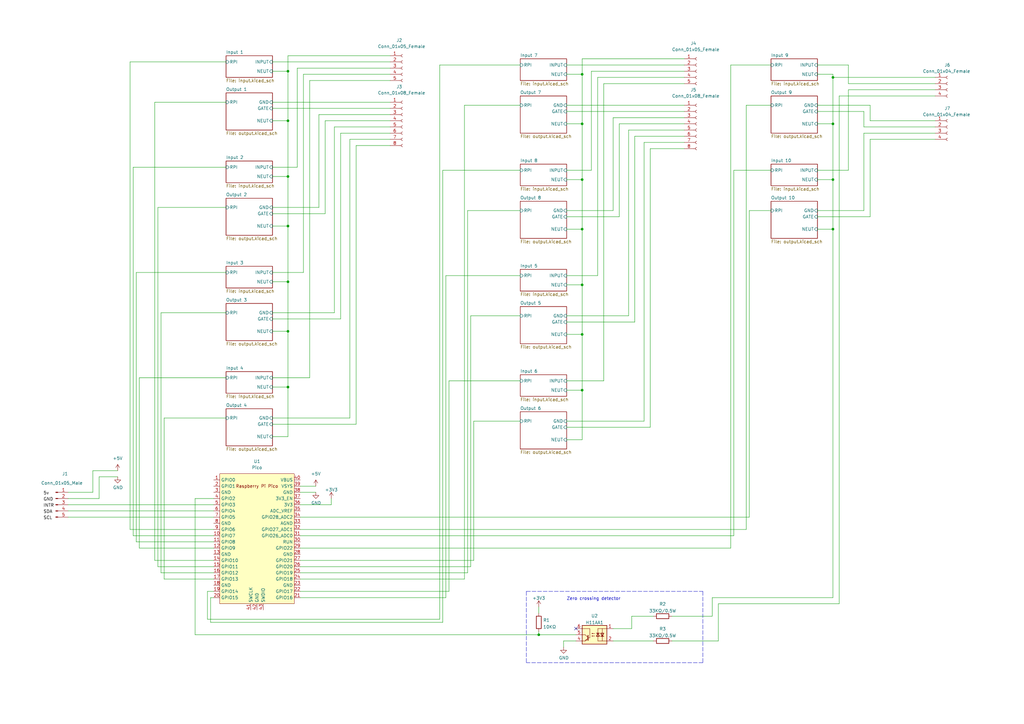
<source format=kicad_sch>
(kicad_sch (version 20211123) (generator eeschema)

  (uuid 9e00edb4-f0f4-46bc-a82d-075ebfd0d3ed)

  (paper "A3")

  (lib_symbols
    (symbol "Connector:Conn_01x04_Female" (pin_names (offset 1.016) hide) (in_bom yes) (on_board yes)
      (property "Reference" "J" (id 0) (at 0 5.08 0)
        (effects (font (size 1.27 1.27)))
      )
      (property "Value" "Conn_01x04_Female" (id 1) (at 0 -7.62 0)
        (effects (font (size 1.27 1.27)))
      )
      (property "Footprint" "" (id 2) (at 0 0 0)
        (effects (font (size 1.27 1.27)) hide)
      )
      (property "Datasheet" "~" (id 3) (at 0 0 0)
        (effects (font (size 1.27 1.27)) hide)
      )
      (property "ki_keywords" "connector" (id 4) (at 0 0 0)
        (effects (font (size 1.27 1.27)) hide)
      )
      (property "ki_description" "Generic connector, single row, 01x04, script generated (kicad-library-utils/schlib/autogen/connector/)" (id 5) (at 0 0 0)
        (effects (font (size 1.27 1.27)) hide)
      )
      (property "ki_fp_filters" "Connector*:*_1x??_*" (id 6) (at 0 0 0)
        (effects (font (size 1.27 1.27)) hide)
      )
      (symbol "Conn_01x04_Female_1_1"
        (arc (start 0 -4.572) (mid -0.508 -5.08) (end 0 -5.588)
          (stroke (width 0.1524) (type default) (color 0 0 0 0))
          (fill (type none))
        )
        (arc (start 0 -2.032) (mid -0.508 -2.54) (end 0 -3.048)
          (stroke (width 0.1524) (type default) (color 0 0 0 0))
          (fill (type none))
        )
        (polyline
          (pts
            (xy -1.27 -5.08)
            (xy -0.508 -5.08)
          )
          (stroke (width 0.1524) (type default) (color 0 0 0 0))
          (fill (type none))
        )
        (polyline
          (pts
            (xy -1.27 -2.54)
            (xy -0.508 -2.54)
          )
          (stroke (width 0.1524) (type default) (color 0 0 0 0))
          (fill (type none))
        )
        (polyline
          (pts
            (xy -1.27 0)
            (xy -0.508 0)
          )
          (stroke (width 0.1524) (type default) (color 0 0 0 0))
          (fill (type none))
        )
        (polyline
          (pts
            (xy -1.27 2.54)
            (xy -0.508 2.54)
          )
          (stroke (width 0.1524) (type default) (color 0 0 0 0))
          (fill (type none))
        )
        (arc (start 0 0.508) (mid -0.508 0) (end 0 -0.508)
          (stroke (width 0.1524) (type default) (color 0 0 0 0))
          (fill (type none))
        )
        (arc (start 0 3.048) (mid -0.508 2.54) (end 0 2.032)
          (stroke (width 0.1524) (type default) (color 0 0 0 0))
          (fill (type none))
        )
        (pin passive line (at -5.08 2.54 0) (length 3.81)
          (name "Pin_1" (effects (font (size 1.27 1.27))))
          (number "1" (effects (font (size 1.27 1.27))))
        )
        (pin passive line (at -5.08 0 0) (length 3.81)
          (name "Pin_2" (effects (font (size 1.27 1.27))))
          (number "2" (effects (font (size 1.27 1.27))))
        )
        (pin passive line (at -5.08 -2.54 0) (length 3.81)
          (name "Pin_3" (effects (font (size 1.27 1.27))))
          (number "3" (effects (font (size 1.27 1.27))))
        )
        (pin passive line (at -5.08 -5.08 0) (length 3.81)
          (name "Pin_4" (effects (font (size 1.27 1.27))))
          (number "4" (effects (font (size 1.27 1.27))))
        )
      )
    )
    (symbol "Connector:Conn_01x05_Female" (pin_names (offset 1.016) hide) (in_bom yes) (on_board yes)
      (property "Reference" "J" (id 0) (at 0 7.62 0)
        (effects (font (size 1.27 1.27)))
      )
      (property "Value" "Conn_01x05_Female" (id 1) (at 0 -7.62 0)
        (effects (font (size 1.27 1.27)))
      )
      (property "Footprint" "" (id 2) (at 0 0 0)
        (effects (font (size 1.27 1.27)) hide)
      )
      (property "Datasheet" "~" (id 3) (at 0 0 0)
        (effects (font (size 1.27 1.27)) hide)
      )
      (property "ki_keywords" "connector" (id 4) (at 0 0 0)
        (effects (font (size 1.27 1.27)) hide)
      )
      (property "ki_description" "Generic connector, single row, 01x05, script generated (kicad-library-utils/schlib/autogen/connector/)" (id 5) (at 0 0 0)
        (effects (font (size 1.27 1.27)) hide)
      )
      (property "ki_fp_filters" "Connector*:*_1x??_*" (id 6) (at 0 0 0)
        (effects (font (size 1.27 1.27)) hide)
      )
      (symbol "Conn_01x05_Female_1_1"
        (arc (start 0 -4.572) (mid -0.508 -5.08) (end 0 -5.588)
          (stroke (width 0.1524) (type default) (color 0 0 0 0))
          (fill (type none))
        )
        (arc (start 0 -2.032) (mid -0.508 -2.54) (end 0 -3.048)
          (stroke (width 0.1524) (type default) (color 0 0 0 0))
          (fill (type none))
        )
        (polyline
          (pts
            (xy -1.27 -5.08)
            (xy -0.508 -5.08)
          )
          (stroke (width 0.1524) (type default) (color 0 0 0 0))
          (fill (type none))
        )
        (polyline
          (pts
            (xy -1.27 -2.54)
            (xy -0.508 -2.54)
          )
          (stroke (width 0.1524) (type default) (color 0 0 0 0))
          (fill (type none))
        )
        (polyline
          (pts
            (xy -1.27 0)
            (xy -0.508 0)
          )
          (stroke (width 0.1524) (type default) (color 0 0 0 0))
          (fill (type none))
        )
        (polyline
          (pts
            (xy -1.27 2.54)
            (xy -0.508 2.54)
          )
          (stroke (width 0.1524) (type default) (color 0 0 0 0))
          (fill (type none))
        )
        (polyline
          (pts
            (xy -1.27 5.08)
            (xy -0.508 5.08)
          )
          (stroke (width 0.1524) (type default) (color 0 0 0 0))
          (fill (type none))
        )
        (arc (start 0 0.508) (mid -0.508 0) (end 0 -0.508)
          (stroke (width 0.1524) (type default) (color 0 0 0 0))
          (fill (type none))
        )
        (arc (start 0 3.048) (mid -0.508 2.54) (end 0 2.032)
          (stroke (width 0.1524) (type default) (color 0 0 0 0))
          (fill (type none))
        )
        (arc (start 0 5.588) (mid -0.508 5.08) (end 0 4.572)
          (stroke (width 0.1524) (type default) (color 0 0 0 0))
          (fill (type none))
        )
        (pin passive line (at -5.08 5.08 0) (length 3.81)
          (name "Pin_1" (effects (font (size 1.27 1.27))))
          (number "1" (effects (font (size 1.27 1.27))))
        )
        (pin passive line (at -5.08 2.54 0) (length 3.81)
          (name "Pin_2" (effects (font (size 1.27 1.27))))
          (number "2" (effects (font (size 1.27 1.27))))
        )
        (pin passive line (at -5.08 0 0) (length 3.81)
          (name "Pin_3" (effects (font (size 1.27 1.27))))
          (number "3" (effects (font (size 1.27 1.27))))
        )
        (pin passive line (at -5.08 -2.54 0) (length 3.81)
          (name "Pin_4" (effects (font (size 1.27 1.27))))
          (number "4" (effects (font (size 1.27 1.27))))
        )
        (pin passive line (at -5.08 -5.08 0) (length 3.81)
          (name "Pin_5" (effects (font (size 1.27 1.27))))
          (number "5" (effects (font (size 1.27 1.27))))
        )
      )
    )
    (symbol "Connector:Conn_01x05_Male" (pin_names (offset 1.016) hide) (in_bom yes) (on_board yes)
      (property "Reference" "J" (id 0) (at 0 7.62 0)
        (effects (font (size 1.27 1.27)))
      )
      (property "Value" "Conn_01x05_Male" (id 1) (at 0 -7.62 0)
        (effects (font (size 1.27 1.27)))
      )
      (property "Footprint" "" (id 2) (at 0 0 0)
        (effects (font (size 1.27 1.27)) hide)
      )
      (property "Datasheet" "~" (id 3) (at 0 0 0)
        (effects (font (size 1.27 1.27)) hide)
      )
      (property "ki_keywords" "connector" (id 4) (at 0 0 0)
        (effects (font (size 1.27 1.27)) hide)
      )
      (property "ki_description" "Generic connector, single row, 01x05, script generated (kicad-library-utils/schlib/autogen/connector/)" (id 5) (at 0 0 0)
        (effects (font (size 1.27 1.27)) hide)
      )
      (property "ki_fp_filters" "Connector*:*_1x??_*" (id 6) (at 0 0 0)
        (effects (font (size 1.27 1.27)) hide)
      )
      (symbol "Conn_01x05_Male_1_1"
        (polyline
          (pts
            (xy 1.27 -5.08)
            (xy 0.8636 -5.08)
          )
          (stroke (width 0.1524) (type default) (color 0 0 0 0))
          (fill (type none))
        )
        (polyline
          (pts
            (xy 1.27 -2.54)
            (xy 0.8636 -2.54)
          )
          (stroke (width 0.1524) (type default) (color 0 0 0 0))
          (fill (type none))
        )
        (polyline
          (pts
            (xy 1.27 0)
            (xy 0.8636 0)
          )
          (stroke (width 0.1524) (type default) (color 0 0 0 0))
          (fill (type none))
        )
        (polyline
          (pts
            (xy 1.27 2.54)
            (xy 0.8636 2.54)
          )
          (stroke (width 0.1524) (type default) (color 0 0 0 0))
          (fill (type none))
        )
        (polyline
          (pts
            (xy 1.27 5.08)
            (xy 0.8636 5.08)
          )
          (stroke (width 0.1524) (type default) (color 0 0 0 0))
          (fill (type none))
        )
        (rectangle (start 0.8636 -4.953) (end 0 -5.207)
          (stroke (width 0.1524) (type default) (color 0 0 0 0))
          (fill (type outline))
        )
        (rectangle (start 0.8636 -2.413) (end 0 -2.667)
          (stroke (width 0.1524) (type default) (color 0 0 0 0))
          (fill (type outline))
        )
        (rectangle (start 0.8636 0.127) (end 0 -0.127)
          (stroke (width 0.1524) (type default) (color 0 0 0 0))
          (fill (type outline))
        )
        (rectangle (start 0.8636 2.667) (end 0 2.413)
          (stroke (width 0.1524) (type default) (color 0 0 0 0))
          (fill (type outline))
        )
        (rectangle (start 0.8636 5.207) (end 0 4.953)
          (stroke (width 0.1524) (type default) (color 0 0 0 0))
          (fill (type outline))
        )
        (pin passive line (at 5.08 5.08 180) (length 3.81)
          (name "Pin_1" (effects (font (size 1.27 1.27))))
          (number "1" (effects (font (size 1.27 1.27))))
        )
        (pin passive line (at 5.08 2.54 180) (length 3.81)
          (name "Pin_2" (effects (font (size 1.27 1.27))))
          (number "2" (effects (font (size 1.27 1.27))))
        )
        (pin passive line (at 5.08 0 180) (length 3.81)
          (name "Pin_3" (effects (font (size 1.27 1.27))))
          (number "3" (effects (font (size 1.27 1.27))))
        )
        (pin passive line (at 5.08 -2.54 180) (length 3.81)
          (name "Pin_4" (effects (font (size 1.27 1.27))))
          (number "4" (effects (font (size 1.27 1.27))))
        )
        (pin passive line (at 5.08 -5.08 180) (length 3.81)
          (name "Pin_5" (effects (font (size 1.27 1.27))))
          (number "5" (effects (font (size 1.27 1.27))))
        )
      )
    )
    (symbol "Connector:Conn_01x08_Female" (pin_names (offset 1.016) hide) (in_bom yes) (on_board yes)
      (property "Reference" "J" (id 0) (at 0 10.16 0)
        (effects (font (size 1.27 1.27)))
      )
      (property "Value" "Conn_01x08_Female" (id 1) (at 0 -12.7 0)
        (effects (font (size 1.27 1.27)))
      )
      (property "Footprint" "" (id 2) (at 0 0 0)
        (effects (font (size 1.27 1.27)) hide)
      )
      (property "Datasheet" "~" (id 3) (at 0 0 0)
        (effects (font (size 1.27 1.27)) hide)
      )
      (property "ki_keywords" "connector" (id 4) (at 0 0 0)
        (effects (font (size 1.27 1.27)) hide)
      )
      (property "ki_description" "Generic connector, single row, 01x08, script generated (kicad-library-utils/schlib/autogen/connector/)" (id 5) (at 0 0 0)
        (effects (font (size 1.27 1.27)) hide)
      )
      (property "ki_fp_filters" "Connector*:*_1x??_*" (id 6) (at 0 0 0)
        (effects (font (size 1.27 1.27)) hide)
      )
      (symbol "Conn_01x08_Female_1_1"
        (arc (start 0 -9.652) (mid -0.508 -10.16) (end 0 -10.668)
          (stroke (width 0.1524) (type default) (color 0 0 0 0))
          (fill (type none))
        )
        (arc (start 0 -7.112) (mid -0.508 -7.62) (end 0 -8.128)
          (stroke (width 0.1524) (type default) (color 0 0 0 0))
          (fill (type none))
        )
        (arc (start 0 -4.572) (mid -0.508 -5.08) (end 0 -5.588)
          (stroke (width 0.1524) (type default) (color 0 0 0 0))
          (fill (type none))
        )
        (arc (start 0 -2.032) (mid -0.508 -2.54) (end 0 -3.048)
          (stroke (width 0.1524) (type default) (color 0 0 0 0))
          (fill (type none))
        )
        (polyline
          (pts
            (xy -1.27 -10.16)
            (xy -0.508 -10.16)
          )
          (stroke (width 0.1524) (type default) (color 0 0 0 0))
          (fill (type none))
        )
        (polyline
          (pts
            (xy -1.27 -7.62)
            (xy -0.508 -7.62)
          )
          (stroke (width 0.1524) (type default) (color 0 0 0 0))
          (fill (type none))
        )
        (polyline
          (pts
            (xy -1.27 -5.08)
            (xy -0.508 -5.08)
          )
          (stroke (width 0.1524) (type default) (color 0 0 0 0))
          (fill (type none))
        )
        (polyline
          (pts
            (xy -1.27 -2.54)
            (xy -0.508 -2.54)
          )
          (stroke (width 0.1524) (type default) (color 0 0 0 0))
          (fill (type none))
        )
        (polyline
          (pts
            (xy -1.27 0)
            (xy -0.508 0)
          )
          (stroke (width 0.1524) (type default) (color 0 0 0 0))
          (fill (type none))
        )
        (polyline
          (pts
            (xy -1.27 2.54)
            (xy -0.508 2.54)
          )
          (stroke (width 0.1524) (type default) (color 0 0 0 0))
          (fill (type none))
        )
        (polyline
          (pts
            (xy -1.27 5.08)
            (xy -0.508 5.08)
          )
          (stroke (width 0.1524) (type default) (color 0 0 0 0))
          (fill (type none))
        )
        (polyline
          (pts
            (xy -1.27 7.62)
            (xy -0.508 7.62)
          )
          (stroke (width 0.1524) (type default) (color 0 0 0 0))
          (fill (type none))
        )
        (arc (start 0 0.508) (mid -0.508 0) (end 0 -0.508)
          (stroke (width 0.1524) (type default) (color 0 0 0 0))
          (fill (type none))
        )
        (arc (start 0 3.048) (mid -0.508 2.54) (end 0 2.032)
          (stroke (width 0.1524) (type default) (color 0 0 0 0))
          (fill (type none))
        )
        (arc (start 0 5.588) (mid -0.508 5.08) (end 0 4.572)
          (stroke (width 0.1524) (type default) (color 0 0 0 0))
          (fill (type none))
        )
        (arc (start 0 8.128) (mid -0.508 7.62) (end 0 7.112)
          (stroke (width 0.1524) (type default) (color 0 0 0 0))
          (fill (type none))
        )
        (pin passive line (at -5.08 7.62 0) (length 3.81)
          (name "Pin_1" (effects (font (size 1.27 1.27))))
          (number "1" (effects (font (size 1.27 1.27))))
        )
        (pin passive line (at -5.08 5.08 0) (length 3.81)
          (name "Pin_2" (effects (font (size 1.27 1.27))))
          (number "2" (effects (font (size 1.27 1.27))))
        )
        (pin passive line (at -5.08 2.54 0) (length 3.81)
          (name "Pin_3" (effects (font (size 1.27 1.27))))
          (number "3" (effects (font (size 1.27 1.27))))
        )
        (pin passive line (at -5.08 0 0) (length 3.81)
          (name "Pin_4" (effects (font (size 1.27 1.27))))
          (number "4" (effects (font (size 1.27 1.27))))
        )
        (pin passive line (at -5.08 -2.54 0) (length 3.81)
          (name "Pin_5" (effects (font (size 1.27 1.27))))
          (number "5" (effects (font (size 1.27 1.27))))
        )
        (pin passive line (at -5.08 -5.08 0) (length 3.81)
          (name "Pin_6" (effects (font (size 1.27 1.27))))
          (number "6" (effects (font (size 1.27 1.27))))
        )
        (pin passive line (at -5.08 -7.62 0) (length 3.81)
          (name "Pin_7" (effects (font (size 1.27 1.27))))
          (number "7" (effects (font (size 1.27 1.27))))
        )
        (pin passive line (at -5.08 -10.16 0) (length 3.81)
          (name "Pin_8" (effects (font (size 1.27 1.27))))
          (number "8" (effects (font (size 1.27 1.27))))
        )
      )
    )
    (symbol "Device:R" (pin_numbers hide) (pin_names (offset 0)) (in_bom yes) (on_board yes)
      (property "Reference" "R" (id 0) (at 2.032 0 90)
        (effects (font (size 1.27 1.27)))
      )
      (property "Value" "R" (id 1) (at 0 0 90)
        (effects (font (size 1.27 1.27)))
      )
      (property "Footprint" "" (id 2) (at -1.778 0 90)
        (effects (font (size 1.27 1.27)) hide)
      )
      (property "Datasheet" "~" (id 3) (at 0 0 0)
        (effects (font (size 1.27 1.27)) hide)
      )
      (property "ki_keywords" "R res resistor" (id 4) (at 0 0 0)
        (effects (font (size 1.27 1.27)) hide)
      )
      (property "ki_description" "Resistor" (id 5) (at 0 0 0)
        (effects (font (size 1.27 1.27)) hide)
      )
      (property "ki_fp_filters" "R_*" (id 6) (at 0 0 0)
        (effects (font (size 1.27 1.27)) hide)
      )
      (symbol "R_0_1"
        (rectangle (start -1.016 -2.54) (end 1.016 2.54)
          (stroke (width 0.254) (type default) (color 0 0 0 0))
          (fill (type none))
        )
      )
      (symbol "R_1_1"
        (pin passive line (at 0 3.81 270) (length 1.27)
          (name "~" (effects (font (size 1.27 1.27))))
          (number "1" (effects (font (size 1.27 1.27))))
        )
        (pin passive line (at 0 -3.81 90) (length 1.27)
          (name "~" (effects (font (size 1.27 1.27))))
          (number "2" (effects (font (size 1.27 1.27))))
        )
      )
    )
    (symbol "Isolator:H11AA1" (in_bom yes) (on_board yes)
      (property "Reference" "U" (id 0) (at -5.334 4.953 0)
        (effects (font (size 1.27 1.27)) (justify left))
      )
      (property "Value" "H11AA1" (id 1) (at 0.635 4.953 0)
        (effects (font (size 1.27 1.27)) (justify left))
      )
      (property "Footprint" "Package_DIP:DIP-6_W7.62mm" (id 2) (at -12.446 -4.953 0)
        (effects (font (size 1.27 1.27) italic) (justify left) hide)
      )
      (property "Datasheet" "https://www.vishay.com/docs/83608/h11aa1.pdf" (id 3) (at 19.304 16.002 0)
        (effects (font (size 1.27 1.27)) (justify left) hide)
      )
      (property "ki_keywords" "NPN AC DC Optocoupler" (id 4) (at 0 0 0)
        (effects (font (size 1.27 1.27)) hide)
      )
      (property "ki_description" "AC/DC NPN Optocoupler, DIP-6" (id 5) (at 0 0 0)
        (effects (font (size 1.27 1.27)) hide)
      )
      (property "ki_fp_filters" "DIP*W7.62mm*" (id 6) (at 0 0 0)
        (effects (font (size 1.27 1.27)) hide)
      )
      (symbol "H11AA1_0_1"
        (polyline
          (pts
            (xy -2.032 0.635)
            (xy -0.762 0.635)
          )
          (stroke (width 0.254) (type default) (color 0 0 0 0))
          (fill (type none))
        )
        (polyline
          (pts
            (xy -1.397 -2.54)
            (xy -3.175 -2.54)
          )
          (stroke (width 0.1524) (type default) (color 0 0 0 0))
          (fill (type none))
        )
        (polyline
          (pts
            (xy -1.397 -0.635)
            (xy -1.397 -2.54)
          )
          (stroke (width 0) (type default) (color 0 0 0 0))
          (fill (type none))
        )
        (polyline
          (pts
            (xy -1.397 0.635)
            (xy -1.397 -0.635)
          )
          (stroke (width 0) (type default) (color 0 0 0 0))
          (fill (type none))
        )
        (polyline
          (pts
            (xy -1.397 0.635)
            (xy -1.397 2.54)
          )
          (stroke (width 0) (type default) (color 0 0 0 0))
          (fill (type none))
        )
        (polyline
          (pts
            (xy -1.397 2.54)
            (xy -3.175 2.54)
          )
          (stroke (width 0.1524) (type default) (color 0 0 0 0))
          (fill (type none))
        )
        (polyline
          (pts
            (xy -1.397 0.635)
            (xy -2.032 -0.635)
            (xy -0.762 -0.635)
            (xy -1.397 0.635)
          )
          (stroke (width 0.254) (type default) (color 0 0 0 0))
          (fill (type none))
        )
      )
      (symbol "H11AA1_1_1"
        (rectangle (start -5.08 3.81) (end 5.08 -3.81)
          (stroke (width 0.254) (type default) (color 0 0 0 0))
          (fill (type background))
        )
        (polyline
          (pts
            (xy -3.81 -0.635)
            (xy -2.54 -0.635)
          )
          (stroke (width 0.254) (type default) (color 0 0 0 0))
          (fill (type none))
        )
        (polyline
          (pts
            (xy 2.667 -1.397)
            (xy 3.81 -2.54)
          )
          (stroke (width 0) (type default) (color 0 0 0 0))
          (fill (type none))
        )
        (polyline
          (pts
            (xy 2.667 -1.143)
            (xy 3.81 0)
          )
          (stroke (width 0) (type default) (color 0 0 0 0))
          (fill (type none))
        )
        (polyline
          (pts
            (xy 3.81 -2.54)
            (xy 5.08 -2.54)
          )
          (stroke (width 0) (type default) (color 0 0 0 0))
          (fill (type none))
        )
        (polyline
          (pts
            (xy 3.81 0)
            (xy 5.08 0)
          )
          (stroke (width 0) (type default) (color 0 0 0 0))
          (fill (type none))
        )
        (polyline
          (pts
            (xy 2.667 -0.254)
            (xy 2.667 -2.286)
            (xy 2.667 -2.286)
          )
          (stroke (width 0.3556) (type default) (color 0 0 0 0))
          (fill (type none))
        )
        (polyline
          (pts
            (xy -5.08 -2.54)
            (xy -3.175 -2.54)
            (xy -3.175 2.54)
            (xy -5.08 2.54)
          )
          (stroke (width 0) (type default) (color 0 0 0 0))
          (fill (type none))
        )
        (polyline
          (pts
            (xy -3.175 -0.635)
            (xy -3.81 0.635)
            (xy -2.54 0.635)
            (xy -3.175 -0.635)
          )
          (stroke (width 0.254) (type default) (color 0 0 0 0))
          (fill (type none))
        )
        (polyline
          (pts
            (xy 3.683 -2.413)
            (xy 3.429 -1.905)
            (xy 3.175 -2.159)
            (xy 3.683 -2.413)
          )
          (stroke (width 0) (type default) (color 0 0 0 0))
          (fill (type none))
        )
        (polyline
          (pts
            (xy 5.08 2.54)
            (xy 1.905 2.54)
            (xy 1.905 -1.27)
            (xy 2.54 -1.27)
          )
          (stroke (width 0) (type default) (color 0 0 0 0))
          (fill (type none))
        )
        (polyline
          (pts
            (xy -0.127 -0.508)
            (xy 1.143 -0.508)
            (xy 0.762 -0.635)
            (xy 0.762 -0.381)
            (xy 1.143 -0.508)
          )
          (stroke (width 0) (type default) (color 0 0 0 0))
          (fill (type none))
        )
        (polyline
          (pts
            (xy -0.127 0.508)
            (xy 1.143 0.508)
            (xy 0.762 0.381)
            (xy 0.762 0.635)
            (xy 1.143 0.508)
          )
          (stroke (width 0) (type default) (color 0 0 0 0))
          (fill (type none))
        )
        (pin passive line (at -7.62 2.54 0) (length 2.54)
          (name "~" (effects (font (size 1.27 1.27))))
          (number "1" (effects (font (size 1.27 1.27))))
        )
        (pin passive line (at -7.62 -2.54 0) (length 2.54)
          (name "~" (effects (font (size 1.27 1.27))))
          (number "2" (effects (font (size 1.27 1.27))))
        )
        (pin no_connect line (at -5.08 0 0) (length 2.54) hide
          (name "NC" (effects (font (size 1.27 1.27))))
          (number "3" (effects (font (size 1.27 1.27))))
        )
        (pin passive line (at 7.62 -2.54 180) (length 2.54)
          (name "~" (effects (font (size 1.27 1.27))))
          (number "4" (effects (font (size 1.27 1.27))))
        )
        (pin passive line (at 7.62 0 180) (length 2.54)
          (name "~" (effects (font (size 1.27 1.27))))
          (number "5" (effects (font (size 1.27 1.27))))
        )
        (pin passive line (at 7.62 2.54 180) (length 2.54)
          (name "~" (effects (font (size 1.27 1.27))))
          (number "6" (effects (font (size 1.27 1.27))))
        )
      )
    )
    (symbol "MCU_RaspberryPi_and_Boards:Pico" (in_bom yes) (on_board yes)
      (property "Reference" "U" (id 0) (at -13.97 27.94 0)
        (effects (font (size 1.27 1.27)))
      )
      (property "Value" "Pico" (id 1) (at 0 19.05 0)
        (effects (font (size 1.27 1.27)))
      )
      (property "Footprint" "RPi_Pico:RPi_Pico_SMD_TH" (id 2) (at 0 0 90)
        (effects (font (size 1.27 1.27)) hide)
      )
      (property "Datasheet" "" (id 3) (at 0 0 0)
        (effects (font (size 1.27 1.27)) hide)
      )
      (symbol "Pico_0_0"
        (text "Raspberry Pi Pico" (at 0 21.59 0)
          (effects (font (size 1.27 1.27)))
        )
      )
      (symbol "Pico_0_1"
        (rectangle (start -15.24 26.67) (end 15.24 -26.67)
          (stroke (width 0) (type default) (color 0 0 0 0))
          (fill (type background))
        )
      )
      (symbol "Pico_1_1"
        (pin bidirectional line (at -17.78 24.13 0) (length 2.54)
          (name "GPIO0" (effects (font (size 1.27 1.27))))
          (number "1" (effects (font (size 1.27 1.27))))
        )
        (pin bidirectional line (at -17.78 1.27 0) (length 2.54)
          (name "GPIO7" (effects (font (size 1.27 1.27))))
          (number "10" (effects (font (size 1.27 1.27))))
        )
        (pin bidirectional line (at -17.78 -1.27 0) (length 2.54)
          (name "GPIO8" (effects (font (size 1.27 1.27))))
          (number "11" (effects (font (size 1.27 1.27))))
        )
        (pin bidirectional line (at -17.78 -3.81 0) (length 2.54)
          (name "GPIO9" (effects (font (size 1.27 1.27))))
          (number "12" (effects (font (size 1.27 1.27))))
        )
        (pin power_in line (at -17.78 -6.35 0) (length 2.54)
          (name "GND" (effects (font (size 1.27 1.27))))
          (number "13" (effects (font (size 1.27 1.27))))
        )
        (pin bidirectional line (at -17.78 -8.89 0) (length 2.54)
          (name "GPIO10" (effects (font (size 1.27 1.27))))
          (number "14" (effects (font (size 1.27 1.27))))
        )
        (pin bidirectional line (at -17.78 -11.43 0) (length 2.54)
          (name "GPIO11" (effects (font (size 1.27 1.27))))
          (number "15" (effects (font (size 1.27 1.27))))
        )
        (pin bidirectional line (at -17.78 -13.97 0) (length 2.54)
          (name "GPIO12" (effects (font (size 1.27 1.27))))
          (number "16" (effects (font (size 1.27 1.27))))
        )
        (pin bidirectional line (at -17.78 -16.51 0) (length 2.54)
          (name "GPIO13" (effects (font (size 1.27 1.27))))
          (number "17" (effects (font (size 1.27 1.27))))
        )
        (pin power_in line (at -17.78 -19.05 0) (length 2.54)
          (name "GND" (effects (font (size 1.27 1.27))))
          (number "18" (effects (font (size 1.27 1.27))))
        )
        (pin bidirectional line (at -17.78 -21.59 0) (length 2.54)
          (name "GPIO14" (effects (font (size 1.27 1.27))))
          (number "19" (effects (font (size 1.27 1.27))))
        )
        (pin bidirectional line (at -17.78 21.59 0) (length 2.54)
          (name "GPIO1" (effects (font (size 1.27 1.27))))
          (number "2" (effects (font (size 1.27 1.27))))
        )
        (pin bidirectional line (at -17.78 -24.13 0) (length 2.54)
          (name "GPIO15" (effects (font (size 1.27 1.27))))
          (number "20" (effects (font (size 1.27 1.27))))
        )
        (pin bidirectional line (at 17.78 -24.13 180) (length 2.54)
          (name "GPIO16" (effects (font (size 1.27 1.27))))
          (number "21" (effects (font (size 1.27 1.27))))
        )
        (pin bidirectional line (at 17.78 -21.59 180) (length 2.54)
          (name "GPIO17" (effects (font (size 1.27 1.27))))
          (number "22" (effects (font (size 1.27 1.27))))
        )
        (pin power_in line (at 17.78 -19.05 180) (length 2.54)
          (name "GND" (effects (font (size 1.27 1.27))))
          (number "23" (effects (font (size 1.27 1.27))))
        )
        (pin bidirectional line (at 17.78 -16.51 180) (length 2.54)
          (name "GPIO18" (effects (font (size 1.27 1.27))))
          (number "24" (effects (font (size 1.27 1.27))))
        )
        (pin bidirectional line (at 17.78 -13.97 180) (length 2.54)
          (name "GPIO19" (effects (font (size 1.27 1.27))))
          (number "25" (effects (font (size 1.27 1.27))))
        )
        (pin bidirectional line (at 17.78 -11.43 180) (length 2.54)
          (name "GPIO20" (effects (font (size 1.27 1.27))))
          (number "26" (effects (font (size 1.27 1.27))))
        )
        (pin bidirectional line (at 17.78 -8.89 180) (length 2.54)
          (name "GPIO21" (effects (font (size 1.27 1.27))))
          (number "27" (effects (font (size 1.27 1.27))))
        )
        (pin power_in line (at 17.78 -6.35 180) (length 2.54)
          (name "GND" (effects (font (size 1.27 1.27))))
          (number "28" (effects (font (size 1.27 1.27))))
        )
        (pin bidirectional line (at 17.78 -3.81 180) (length 2.54)
          (name "GPIO22" (effects (font (size 1.27 1.27))))
          (number "29" (effects (font (size 1.27 1.27))))
        )
        (pin power_in line (at -17.78 19.05 0) (length 2.54)
          (name "GND" (effects (font (size 1.27 1.27))))
          (number "3" (effects (font (size 1.27 1.27))))
        )
        (pin input line (at 17.78 -1.27 180) (length 2.54)
          (name "RUN" (effects (font (size 1.27 1.27))))
          (number "30" (effects (font (size 1.27 1.27))))
        )
        (pin bidirectional line (at 17.78 1.27 180) (length 2.54)
          (name "GPIO26_ADC0" (effects (font (size 1.27 1.27))))
          (number "31" (effects (font (size 1.27 1.27))))
        )
        (pin bidirectional line (at 17.78 3.81 180) (length 2.54)
          (name "GPIO27_ADC1" (effects (font (size 1.27 1.27))))
          (number "32" (effects (font (size 1.27 1.27))))
        )
        (pin power_in line (at 17.78 6.35 180) (length 2.54)
          (name "AGND" (effects (font (size 1.27 1.27))))
          (number "33" (effects (font (size 1.27 1.27))))
        )
        (pin bidirectional line (at 17.78 8.89 180) (length 2.54)
          (name "GPIO28_ADC2" (effects (font (size 1.27 1.27))))
          (number "34" (effects (font (size 1.27 1.27))))
        )
        (pin power_in line (at 17.78 11.43 180) (length 2.54)
          (name "ADC_VREF" (effects (font (size 1.27 1.27))))
          (number "35" (effects (font (size 1.27 1.27))))
        )
        (pin power_in line (at 17.78 13.97 180) (length 2.54)
          (name "3V3" (effects (font (size 1.27 1.27))))
          (number "36" (effects (font (size 1.27 1.27))))
        )
        (pin input line (at 17.78 16.51 180) (length 2.54)
          (name "3V3_EN" (effects (font (size 1.27 1.27))))
          (number "37" (effects (font (size 1.27 1.27))))
        )
        (pin bidirectional line (at 17.78 19.05 180) (length 2.54)
          (name "GND" (effects (font (size 1.27 1.27))))
          (number "38" (effects (font (size 1.27 1.27))))
        )
        (pin power_in line (at 17.78 21.59 180) (length 2.54)
          (name "VSYS" (effects (font (size 1.27 1.27))))
          (number "39" (effects (font (size 1.27 1.27))))
        )
        (pin bidirectional line (at -17.78 16.51 0) (length 2.54)
          (name "GPIO2" (effects (font (size 1.27 1.27))))
          (number "4" (effects (font (size 1.27 1.27))))
        )
        (pin power_in line (at 17.78 24.13 180) (length 2.54)
          (name "VBUS" (effects (font (size 1.27 1.27))))
          (number "40" (effects (font (size 1.27 1.27))))
        )
        (pin input line (at -2.54 -29.21 90) (length 2.54)
          (name "SWCLK" (effects (font (size 1.27 1.27))))
          (number "41" (effects (font (size 1.27 1.27))))
        )
        (pin power_in line (at 0 -29.21 90) (length 2.54)
          (name "GND" (effects (font (size 1.27 1.27))))
          (number "42" (effects (font (size 1.27 1.27))))
        )
        (pin bidirectional line (at 2.54 -29.21 90) (length 2.54)
          (name "SWDIO" (effects (font (size 1.27 1.27))))
          (number "43" (effects (font (size 1.27 1.27))))
        )
        (pin bidirectional line (at -17.78 13.97 0) (length 2.54)
          (name "GPIO3" (effects (font (size 1.27 1.27))))
          (number "5" (effects (font (size 1.27 1.27))))
        )
        (pin bidirectional line (at -17.78 11.43 0) (length 2.54)
          (name "GPIO4" (effects (font (size 1.27 1.27))))
          (number "6" (effects (font (size 1.27 1.27))))
        )
        (pin bidirectional line (at -17.78 8.89 0) (length 2.54)
          (name "GPIO5" (effects (font (size 1.27 1.27))))
          (number "7" (effects (font (size 1.27 1.27))))
        )
        (pin power_in line (at -17.78 6.35 0) (length 2.54)
          (name "GND" (effects (font (size 1.27 1.27))))
          (number "8" (effects (font (size 1.27 1.27))))
        )
        (pin bidirectional line (at -17.78 3.81 0) (length 2.54)
          (name "GPIO6" (effects (font (size 1.27 1.27))))
          (number "9" (effects (font (size 1.27 1.27))))
        )
      )
    )
    (symbol "power:+3V3" (power) (pin_names (offset 0)) (in_bom yes) (on_board yes)
      (property "Reference" "#PWR" (id 0) (at 0 -3.81 0)
        (effects (font (size 1.27 1.27)) hide)
      )
      (property "Value" "+3V3" (id 1) (at 0 3.556 0)
        (effects (font (size 1.27 1.27)))
      )
      (property "Footprint" "" (id 2) (at 0 0 0)
        (effects (font (size 1.27 1.27)) hide)
      )
      (property "Datasheet" "" (id 3) (at 0 0 0)
        (effects (font (size 1.27 1.27)) hide)
      )
      (property "ki_keywords" "power-flag" (id 4) (at 0 0 0)
        (effects (font (size 1.27 1.27)) hide)
      )
      (property "ki_description" "Power symbol creates a global label with name \"+3V3\"" (id 5) (at 0 0 0)
        (effects (font (size 1.27 1.27)) hide)
      )
      (symbol "+3V3_0_1"
        (polyline
          (pts
            (xy -0.762 1.27)
            (xy 0 2.54)
          )
          (stroke (width 0) (type default) (color 0 0 0 0))
          (fill (type none))
        )
        (polyline
          (pts
            (xy 0 0)
            (xy 0 2.54)
          )
          (stroke (width 0) (type default) (color 0 0 0 0))
          (fill (type none))
        )
        (polyline
          (pts
            (xy 0 2.54)
            (xy 0.762 1.27)
          )
          (stroke (width 0) (type default) (color 0 0 0 0))
          (fill (type none))
        )
      )
      (symbol "+3V3_1_1"
        (pin power_in line (at 0 0 90) (length 0) hide
          (name "+3V3" (effects (font (size 1.27 1.27))))
          (number "1" (effects (font (size 1.27 1.27))))
        )
      )
    )
    (symbol "power:+5V" (power) (pin_names (offset 0)) (in_bom yes) (on_board yes)
      (property "Reference" "#PWR" (id 0) (at 0 -3.81 0)
        (effects (font (size 1.27 1.27)) hide)
      )
      (property "Value" "+5V" (id 1) (at 0 3.556 0)
        (effects (font (size 1.27 1.27)))
      )
      (property "Footprint" "" (id 2) (at 0 0 0)
        (effects (font (size 1.27 1.27)) hide)
      )
      (property "Datasheet" "" (id 3) (at 0 0 0)
        (effects (font (size 1.27 1.27)) hide)
      )
      (property "ki_keywords" "power-flag" (id 4) (at 0 0 0)
        (effects (font (size 1.27 1.27)) hide)
      )
      (property "ki_description" "Power symbol creates a global label with name \"+5V\"" (id 5) (at 0 0 0)
        (effects (font (size 1.27 1.27)) hide)
      )
      (symbol "+5V_0_1"
        (polyline
          (pts
            (xy -0.762 1.27)
            (xy 0 2.54)
          )
          (stroke (width 0) (type default) (color 0 0 0 0))
          (fill (type none))
        )
        (polyline
          (pts
            (xy 0 0)
            (xy 0 2.54)
          )
          (stroke (width 0) (type default) (color 0 0 0 0))
          (fill (type none))
        )
        (polyline
          (pts
            (xy 0 2.54)
            (xy 0.762 1.27)
          )
          (stroke (width 0) (type default) (color 0 0 0 0))
          (fill (type none))
        )
      )
      (symbol "+5V_1_1"
        (pin power_in line (at 0 0 90) (length 0) hide
          (name "+5V" (effects (font (size 1.27 1.27))))
          (number "1" (effects (font (size 1.27 1.27))))
        )
      )
    )
    (symbol "power:GND" (power) (pin_names (offset 0)) (in_bom yes) (on_board yes)
      (property "Reference" "#PWR" (id 0) (at 0 -6.35 0)
        (effects (font (size 1.27 1.27)) hide)
      )
      (property "Value" "GND" (id 1) (at 0 -3.81 0)
        (effects (font (size 1.27 1.27)))
      )
      (property "Footprint" "" (id 2) (at 0 0 0)
        (effects (font (size 1.27 1.27)) hide)
      )
      (property "Datasheet" "" (id 3) (at 0 0 0)
        (effects (font (size 1.27 1.27)) hide)
      )
      (property "ki_keywords" "power-flag" (id 4) (at 0 0 0)
        (effects (font (size 1.27 1.27)) hide)
      )
      (property "ki_description" "Power symbol creates a global label with name \"GND\" , ground" (id 5) (at 0 0 0)
        (effects (font (size 1.27 1.27)) hide)
      )
      (symbol "GND_0_1"
        (polyline
          (pts
            (xy 0 0)
            (xy 0 -1.27)
            (xy 1.27 -1.27)
            (xy 0 -2.54)
            (xy -1.27 -1.27)
            (xy 0 -1.27)
          )
          (stroke (width 0) (type default) (color 0 0 0 0))
          (fill (type none))
        )
      )
      (symbol "GND_1_1"
        (pin power_in line (at 0 0 270) (length 0) hide
          (name "GND" (effects (font (size 1.27 1.27))))
          (number "1" (effects (font (size 1.27 1.27))))
        )
      )
    )
  )

  (junction (at 118.11 49.53) (diameter 0) (color 0 0 0 0)
    (uuid 200e9ea6-eb43-4b22-9360-1cd8a4a8dc81)
  )
  (junction (at 220.98 260.35) (diameter 0) (color 0 0 0 0)
    (uuid 388084b9-181a-419e-94ae-48fd2fba1f24)
  )
  (junction (at 238.76 160.02) (diameter 0) (color 0 0 0 0)
    (uuid 4df54211-d279-4db0-852b-cfe6f400e211)
  )
  (junction (at 238.76 73.66) (diameter 0) (color 0 0 0 0)
    (uuid 548d666c-b74d-4be2-94fc-b39e50b233d3)
  )
  (junction (at 341.63 50.8) (diameter 0) (color 0 0 0 0)
    (uuid 5cd8c30c-3ceb-4f73-9982-f6f083ecc520)
  )
  (junction (at 238.76 50.8) (diameter 0) (color 0 0 0 0)
    (uuid 6f6ad3d6-29fd-47c5-95e1-05019dae5758)
  )
  (junction (at 341.63 31.75) (diameter 0) (color 0 0 0 0)
    (uuid 8d27baaf-2d88-4ba3-bc9b-24a14bdbe584)
  )
  (junction (at 118.11 135.89) (diameter 0) (color 0 0 0 0)
    (uuid 9c999893-e970-41f6-b80a-b7a28d24df70)
  )
  (junction (at 238.76 116.84) (diameter 0) (color 0 0 0 0)
    (uuid 9f808b9b-a719-46aa-8727-db51f35793d1)
  )
  (junction (at 238.76 137.16) (diameter 0) (color 0 0 0 0)
    (uuid a82d4399-d46e-40ca-a83e-a162273cd0ba)
  )
  (junction (at 341.63 73.66) (diameter 0) (color 0 0 0 0)
    (uuid c49edd25-e7df-4d3e-9660-16a73d6793a2)
  )
  (junction (at 118.11 115.57) (diameter 0) (color 0 0 0 0)
    (uuid c50ea713-27d3-462f-9abc-4d49b67080a6)
  )
  (junction (at 238.76 93.98) (diameter 0) (color 0 0 0 0)
    (uuid d6a92401-2657-450e-b529-db3a995f98a2)
  )
  (junction (at 118.11 92.71) (diameter 0) (color 0 0 0 0)
    (uuid d7249390-cb4b-4088-8d9f-888f7e452753)
  )
  (junction (at 118.11 72.39) (diameter 0) (color 0 0 0 0)
    (uuid dde856ed-6403-43fc-9775-6c88bc88733e)
  )
  (junction (at 238.76 30.48) (diameter 0) (color 0 0 0 0)
    (uuid e479bc2a-6aad-405c-81c8-c8d5a33c1a8e)
  )
  (junction (at 341.63 93.98) (diameter 0) (color 0 0 0 0)
    (uuid eda12c9f-b24f-4458-a3cc-61f318dc57fe)
  )
  (junction (at 118.11 158.75) (diameter 0) (color 0 0 0 0)
    (uuid eef30652-8a23-4ee7-8589-d01139a0bf7b)
  )
  (junction (at 118.11 29.21) (diameter 0) (color 0 0 0 0)
    (uuid ffe5c5cc-4114-4be9-a2a7-ca049e34224e)
  )

  (no_connect (at 236.22 257.81) (uuid ea567fea-c672-48e6-9657-5579b1397edc))

  (wire (pts (xy 80.01 260.35) (xy 220.98 260.35))
    (stroke (width 0) (type default) (color 0 0 0 0))
    (uuid 001e61f4-e490-4eb1-91b0-44dea5eaa8ff)
  )
  (wire (pts (xy 111.76 41.91) (xy 160.02 41.91))
    (stroke (width 0) (type default) (color 0 0 0 0))
    (uuid 0126fc32-f90e-4a93-a6d5-6c7d6a63670f)
  )
  (wire (pts (xy 341.63 31.75) (xy 341.63 30.48))
    (stroke (width 0) (type default) (color 0 0 0 0))
    (uuid 043c0189-3ed7-4568-bddf-f7bfe59eff96)
  )
  (wire (pts (xy 27.94 201.93) (xy 38.1 201.93))
    (stroke (width 0) (type default) (color 0 0 0 0))
    (uuid 09a8b54c-451e-4d95-999c-2fdc10a0a7bb)
  )
  (wire (pts (xy 316.23 43.18) (xy 306.07 43.18))
    (stroke (width 0) (type default) (color 0 0 0 0))
    (uuid 0a6725d4-e59b-4006-961b-babaebedd1db)
  )
  (wire (pts (xy 299.72 26.67) (xy 299.72 224.79))
    (stroke (width 0) (type default) (color 0 0 0 0))
    (uuid 0a86c727-c275-466d-ae47-31025f76ba2c)
  )
  (wire (pts (xy 232.41 116.84) (xy 238.76 116.84))
    (stroke (width 0) (type default) (color 0 0 0 0))
    (uuid 0af77dd0-8d50-4087-8653-043838275e8f)
  )
  (wire (pts (xy 40.64 204.47) (xy 40.64 195.58))
    (stroke (width 0) (type default) (color 0 0 0 0))
    (uuid 0bc0b9db-03a6-47e4-ada9-f202b92e8606)
  )
  (wire (pts (xy 180.34 254) (xy 85.09 254))
    (stroke (width 0) (type default) (color 0 0 0 0))
    (uuid 0c6eb988-0c68-4eda-9a69-d020645ce015)
  )
  (wire (pts (xy 316.23 69.85) (xy 300.99 69.85))
    (stroke (width 0) (type default) (color 0 0 0 0))
    (uuid 0d345414-46f5-43e4-a24b-927406138bb0)
  )
  (wire (pts (xy 111.76 92.71) (xy 118.11 92.71))
    (stroke (width 0) (type default) (color 0 0 0 0))
    (uuid 0fad679e-36ca-4a4f-b87b-9a0fad404abf)
  )
  (wire (pts (xy 231.14 262.89) (xy 236.22 262.89))
    (stroke (width 0) (type default) (color 0 0 0 0))
    (uuid 146c5d4d-771a-41ef-b765-94ee3cbaffe9)
  )
  (wire (pts (xy 182.88 113.03) (xy 182.88 245.11))
    (stroke (width 0) (type default) (color 0 0 0 0))
    (uuid 157d7076-b060-4a59-85a0-fd2779773d42)
  )
  (wire (pts (xy 124.46 30.48) (xy 124.46 111.76))
    (stroke (width 0) (type default) (color 0 0 0 0))
    (uuid 1618380d-8d8e-48e0-b97d-f8b65ae28e29)
  )
  (wire (pts (xy 232.41 88.9) (xy 254 88.9))
    (stroke (width 0) (type default) (color 0 0 0 0))
    (uuid 165c21d8-0677-4dde-b782-56233401a692)
  )
  (wire (pts (xy 123.19 201.93) (xy 129.54 201.93))
    (stroke (width 0) (type default) (color 0 0 0 0))
    (uuid 1677a2ed-27f9-46e5-8d95-d4eec17555fb)
  )
  (wire (pts (xy 347.98 34.29) (xy 347.98 26.67))
    (stroke (width 0) (type default) (color 0 0 0 0))
    (uuid 171315b8-aa97-4a1e-8b05-6eae0f4857f8)
  )
  (wire (pts (xy 232.41 86.36) (xy 251.46 86.36))
    (stroke (width 0) (type default) (color 0 0 0 0))
    (uuid 17785207-7b1c-4e79-b66e-827de0ee47c9)
  )
  (wire (pts (xy 160.02 33.02) (xy 127 33.02))
    (stroke (width 0) (type default) (color 0 0 0 0))
    (uuid 18157c86-6fe2-41e2-862e-860e61cae2be)
  )
  (wire (pts (xy 67.31 237.49) (xy 87.63 237.49))
    (stroke (width 0) (type default) (color 0 0 0 0))
    (uuid 1d0339ec-8da0-4bc8-ba98-a41d4ec32c69)
  )
  (wire (pts (xy 27.94 204.47) (xy 40.64 204.47))
    (stroke (width 0) (type default) (color 0 0 0 0))
    (uuid 1d578607-36a3-45a7-ae8b-e8acc739c8fc)
  )
  (wire (pts (xy 232.41 172.72) (xy 264.16 172.72))
    (stroke (width 0) (type default) (color 0 0 0 0))
    (uuid 1d85a222-ac50-45a7-938d-5d7c5aacc69c)
  )
  (wire (pts (xy 247.65 156.21) (xy 232.41 156.21))
    (stroke (width 0) (type default) (color 0 0 0 0))
    (uuid 1e9505ff-bf53-420c-9abd-6f6a024bec55)
  )
  (wire (pts (xy 111.76 179.07) (xy 118.11 179.07))
    (stroke (width 0) (type default) (color 0 0 0 0))
    (uuid 206df113-fb10-4aa5-a9e6-6ed139e7be04)
  )
  (wire (pts (xy 220.98 259.08) (xy 220.98 260.35))
    (stroke (width 0) (type default) (color 0 0 0 0))
    (uuid 20e2db26-a164-42f0-b022-faa4f65d3c5d)
  )
  (wire (pts (xy 251.46 257.81) (xy 259.08 257.81))
    (stroke (width 0) (type default) (color 0 0 0 0))
    (uuid 20fae33c-dcaf-4f53-9c4b-41f25aba7f17)
  )
  (wire (pts (xy 80.01 204.47) (xy 87.63 204.47))
    (stroke (width 0) (type default) (color 0 0 0 0))
    (uuid 2211a482-a3bd-490b-b610-d80e79658ccd)
  )
  (wire (pts (xy 232.41 73.66) (xy 238.76 73.66))
    (stroke (width 0) (type default) (color 0 0 0 0))
    (uuid 2227b041-6b1b-4816-9cf5-988d8636bf3c)
  )
  (wire (pts (xy 111.76 135.89) (xy 118.11 135.89))
    (stroke (width 0) (type default) (color 0 0 0 0))
    (uuid 22e0d23b-780a-4665-a482-5269238e6ec4)
  )
  (wire (pts (xy 232.41 43.18) (xy 280.67 43.18))
    (stroke (width 0) (type default) (color 0 0 0 0))
    (uuid 23041e62-f331-4d5d-a1db-d7b58232f5ed)
  )
  (wire (pts (xy 111.76 130.81) (xy 139.7 130.81))
    (stroke (width 0) (type default) (color 0 0 0 0))
    (uuid 2347cff6-6b22-48b0-adcd-e5c1c54d9857)
  )
  (wire (pts (xy 111.76 115.57) (xy 118.11 115.57))
    (stroke (width 0) (type default) (color 0 0 0 0))
    (uuid 236526e9-0fb0-4584-981b-14592b1e6447)
  )
  (wire (pts (xy 57.15 154.94) (xy 57.15 224.79))
    (stroke (width 0) (type default) (color 0 0 0 0))
    (uuid 2445232e-13ac-4962-bc2c-56bde0755ab7)
  )
  (wire (pts (xy 316.23 86.36) (xy 307.34 86.36))
    (stroke (width 0) (type default) (color 0 0 0 0))
    (uuid 296a3dff-0dab-4587-8d97-4095226b1670)
  )
  (wire (pts (xy 38.1 201.93) (xy 38.1 193.04))
    (stroke (width 0) (type default) (color 0 0 0 0))
    (uuid 2b9f1a26-dfcd-4bcd-bf49-38d2d3ff9ab2)
  )
  (wire (pts (xy 111.76 49.53) (xy 118.11 49.53))
    (stroke (width 0) (type default) (color 0 0 0 0))
    (uuid 2bd0e119-80a8-4734-8bcc-d6a7edcd2a42)
  )
  (wire (pts (xy 213.36 86.36) (xy 191.77 86.36))
    (stroke (width 0) (type default) (color 0 0 0 0))
    (uuid 2c889862-34a1-4bca-9e46-5f4779bf3dd8)
  )
  (wire (pts (xy 347.98 36.83) (xy 347.98 69.85))
    (stroke (width 0) (type default) (color 0 0 0 0))
    (uuid 2d7ff73f-d791-435c-8c09-9bf3db71c3ee)
  )
  (wire (pts (xy 184.15 156.21) (xy 184.15 242.57))
    (stroke (width 0) (type default) (color 0 0 0 0))
    (uuid 2e7296f3-4e82-4e5e-8cc7-8041a5f8ea2c)
  )
  (wire (pts (xy 238.76 93.98) (xy 238.76 73.66))
    (stroke (width 0) (type default) (color 0 0 0 0))
    (uuid 2fa5c299-c55f-44ee-80d1-105b53e17565)
  )
  (wire (pts (xy 251.46 262.89) (xy 267.97 262.89))
    (stroke (width 0) (type default) (color 0 0 0 0))
    (uuid 3078507b-152c-43f7-b97b-434da2d72845)
  )
  (wire (pts (xy 341.63 30.48) (xy 335.28 30.48))
    (stroke (width 0) (type default) (color 0 0 0 0))
    (uuid 30b00eb1-22f4-4c15-bf0c-554ce17f6e65)
  )
  (wire (pts (xy 232.41 160.02) (xy 238.76 160.02))
    (stroke (width 0) (type default) (color 0 0 0 0))
    (uuid 30b6e8a2-4681-41e2-a818-79f7637e9d65)
  )
  (wire (pts (xy 275.59 262.89) (xy 294.64 262.89))
    (stroke (width 0) (type default) (color 0 0 0 0))
    (uuid 325ff23a-06b5-4fbe-b640-042ac35854f4)
  )
  (wire (pts (xy 238.76 116.84) (xy 238.76 93.98))
    (stroke (width 0) (type default) (color 0 0 0 0))
    (uuid 332d5988-ae10-4604-b9ba-849f858d48ae)
  )
  (wire (pts (xy 92.71 41.91) (xy 63.5 41.91))
    (stroke (width 0) (type default) (color 0 0 0 0))
    (uuid 339a0e3c-a93a-4b54-8421-337532b0dcc8)
  )
  (wire (pts (xy 383.54 36.83) (xy 347.98 36.83))
    (stroke (width 0) (type default) (color 0 0 0 0))
    (uuid 3623835b-0b62-4e6b-b2ed-8461ad7697f1)
  )
  (wire (pts (xy 66.04 128.27) (xy 66.04 234.95))
    (stroke (width 0) (type default) (color 0 0 0 0))
    (uuid 365fb858-0c62-4a2e-ad6f-ed0d27953c48)
  )
  (wire (pts (xy 27.94 209.55) (xy 87.63 209.55))
    (stroke (width 0) (type default) (color 0 0 0 0))
    (uuid 36e8a47e-cb4c-4551-ad2f-26c95ffa1bf4)
  )
  (wire (pts (xy 85.09 242.57) (xy 87.63 242.57))
    (stroke (width 0) (type default) (color 0 0 0 0))
    (uuid 379a8cfa-9525-49e3-b91a-0f811d985641)
  )
  (wire (pts (xy 92.71 111.76) (xy 55.88 111.76))
    (stroke (width 0) (type default) (color 0 0 0 0))
    (uuid 379ffadc-14ca-48c1-aa1a-e111fa480e7f)
  )
  (wire (pts (xy 180.34 26.67) (xy 180.34 254))
    (stroke (width 0) (type default) (color 0 0 0 0))
    (uuid 39b2affc-c8f9-47ea-bdb1-75e277d484cc)
  )
  (wire (pts (xy 54.61 219.71) (xy 87.63 219.71))
    (stroke (width 0) (type default) (color 0 0 0 0))
    (uuid 3ae53837-4bc1-45f5-bb43-a864b3e704ad)
  )
  (wire (pts (xy 92.71 171.45) (xy 67.31 171.45))
    (stroke (width 0) (type default) (color 0 0 0 0))
    (uuid 3c2217ea-8fa2-4f02-b61e-c40fd8fbece0)
  )
  (wire (pts (xy 111.76 128.27) (xy 137.16 128.27))
    (stroke (width 0) (type default) (color 0 0 0 0))
    (uuid 3d374d49-8acf-4fba-aab2-3816b0f5b886)
  )
  (wire (pts (xy 335.28 73.66) (xy 341.63 73.66))
    (stroke (width 0) (type default) (color 0 0 0 0))
    (uuid 3da15051-24e4-4cba-8156-14750d347496)
  )
  (wire (pts (xy 121.92 68.58) (xy 111.76 68.58))
    (stroke (width 0) (type default) (color 0 0 0 0))
    (uuid 3f925c83-ddc3-4eda-ba97-0b11d8824b1d)
  )
  (wire (pts (xy 123.19 199.39) (xy 129.54 199.39))
    (stroke (width 0) (type default) (color 0 0 0 0))
    (uuid 3f9a6539-255f-44f8-99f1-7f0cf5028eb6)
  )
  (wire (pts (xy 111.76 173.99) (xy 146.05 173.99))
    (stroke (width 0) (type default) (color 0 0 0 0))
    (uuid 3fad996e-bb2c-44e0-9ce4-976e5e7ea972)
  )
  (wire (pts (xy 220.98 260.35) (xy 236.22 260.35))
    (stroke (width 0) (type default) (color 0 0 0 0))
    (uuid 3fda273a-0977-4060-b5c6-ae35337b080e)
  )
  (wire (pts (xy 344.17 39.37) (xy 344.17 247.65))
    (stroke (width 0) (type default) (color 0 0 0 0))
    (uuid 4071ece9-0c59-40d5-98d2-ffb7c0da6b8e)
  )
  (wire (pts (xy 257.81 53.34) (xy 280.67 53.34))
    (stroke (width 0) (type default) (color 0 0 0 0))
    (uuid 425a6a4f-dd67-4d36-bdc4-3af85312c75e)
  )
  (wire (pts (xy 111.76 87.63) (xy 133.35 87.63))
    (stroke (width 0) (type default) (color 0 0 0 0))
    (uuid 4395dcee-71f8-4f07-a949-e6a5a74189fe)
  )
  (wire (pts (xy 143.51 171.45) (xy 143.51 57.15))
    (stroke (width 0) (type default) (color 0 0 0 0))
    (uuid 44cef9b2-c286-484a-9654-44504cab1e58)
  )
  (wire (pts (xy 238.76 160.02) (xy 238.76 137.16))
    (stroke (width 0) (type default) (color 0 0 0 0))
    (uuid 45f7af70-f5f3-434e-aa3a-3711e62f3a0b)
  )
  (wire (pts (xy 92.71 68.58) (xy 54.61 68.58))
    (stroke (width 0) (type default) (color 0 0 0 0))
    (uuid 47363c0a-9fe8-4645-a5f8-b57d49ef7679)
  )
  (wire (pts (xy 53.34 25.4) (xy 53.34 217.17))
    (stroke (width 0) (type default) (color 0 0 0 0))
    (uuid 48400b88-b6f3-444b-9bc3-6fc6d0da9907)
  )
  (wire (pts (xy 118.11 72.39) (xy 118.11 49.53))
    (stroke (width 0) (type default) (color 0 0 0 0))
    (uuid 495a4d99-c446-4e13-b9d7-8ff7ffca428b)
  )
  (wire (pts (xy 245.11 31.75) (xy 245.11 113.03))
    (stroke (width 0) (type default) (color 0 0 0 0))
    (uuid 4b37fa8e-09a2-4ded-8018-597f96a1fd10)
  )
  (wire (pts (xy 347.98 69.85) (xy 335.28 69.85))
    (stroke (width 0) (type default) (color 0 0 0 0))
    (uuid 4bd08037-9b13-40ff-8542-c0164b8f93b5)
  )
  (wire (pts (xy 299.72 224.79) (xy 123.19 224.79))
    (stroke (width 0) (type default) (color 0 0 0 0))
    (uuid 4c690a0c-ebc0-4564-b0b6-2fe50fa6ce48)
  )
  (wire (pts (xy 111.76 158.75) (xy 118.11 158.75))
    (stroke (width 0) (type default) (color 0 0 0 0))
    (uuid 4dec2174-ead4-4569-bbee-1eed21900ac9)
  )
  (wire (pts (xy 130.81 46.99) (xy 160.02 46.99))
    (stroke (width 0) (type default) (color 0 0 0 0))
    (uuid 4f5603c2-0a1e-442a-9f85-bfd18d318e6d)
  )
  (wire (pts (xy 181.61 255.27) (xy 86.36 255.27))
    (stroke (width 0) (type default) (color 0 0 0 0))
    (uuid 4f9630dc-e6a3-402e-8ba9-bda68427f70a)
  )
  (wire (pts (xy 57.15 224.79) (xy 87.63 224.79))
    (stroke (width 0) (type default) (color 0 0 0 0))
    (uuid 50d49442-84fb-44e5-a452-6207cf2cf1da)
  )
  (wire (pts (xy 111.76 44.45) (xy 160.02 44.45))
    (stroke (width 0) (type default) (color 0 0 0 0))
    (uuid 50d4b56d-f1c7-4b49-b8c4-2021faa2189e)
  )
  (wire (pts (xy 356.87 43.18) (xy 356.87 49.53))
    (stroke (width 0) (type default) (color 0 0 0 0))
    (uuid 5191e945-dee0-4282-b333-8f824d8ecf32)
  )
  (wire (pts (xy 160.02 27.94) (xy 121.92 27.94))
    (stroke (width 0) (type default) (color 0 0 0 0))
    (uuid 54068a86-7af4-4129-8332-dc39a8700b2a)
  )
  (wire (pts (xy 238.76 24.13) (xy 238.76 30.48))
    (stroke (width 0) (type default) (color 0 0 0 0))
    (uuid 5594f509-f6f5-47c3-be21-8b5c8cd3944c)
  )
  (wire (pts (xy 53.34 25.4) (xy 92.71 25.4))
    (stroke (width 0) (type default) (color 0 0 0 0))
    (uuid 56137576-7ebc-422d-bbbb-2ffd83907bd5)
  )
  (wire (pts (xy 232.41 26.67) (xy 280.67 26.67))
    (stroke (width 0) (type default) (color 0 0 0 0))
    (uuid 571b2f47-d085-4d9f-8677-650c4b5932c5)
  )
  (wire (pts (xy 232.41 45.72) (xy 280.67 45.72))
    (stroke (width 0) (type default) (color 0 0 0 0))
    (uuid 57ad27bd-a2b5-4b8f-902e-68e8256b39a1)
  )
  (wire (pts (xy 238.76 73.66) (xy 238.76 50.8))
    (stroke (width 0) (type default) (color 0 0 0 0))
    (uuid 58079e48-f067-477b-acc6-1a58b1be82bb)
  )
  (wire (pts (xy 194.31 172.72) (xy 194.31 229.87))
    (stroke (width 0) (type default) (color 0 0 0 0))
    (uuid 589a344c-e903-428e-80d9-66d6b02040e4)
  )
  (wire (pts (xy 86.36 255.27) (xy 86.36 245.11))
    (stroke (width 0) (type default) (color 0 0 0 0))
    (uuid 5bf2367c-c0ce-42cb-bf8a-9302a85889cb)
  )
  (wire (pts (xy 267.97 252.73) (xy 259.08 252.73))
    (stroke (width 0) (type default) (color 0 0 0 0))
    (uuid 5c2bfe56-8f2a-4ed9-bff7-4a56c1f25a07)
  )
  (wire (pts (xy 184.15 242.57) (xy 123.19 242.57))
    (stroke (width 0) (type default) (color 0 0 0 0))
    (uuid 5ccf3add-de3e-4a92-9899-147857681d53)
  )
  (wire (pts (xy 307.34 212.09) (xy 123.19 212.09))
    (stroke (width 0) (type default) (color 0 0 0 0))
    (uuid 5d57d27a-389b-4d6e-8a01-dbd37d861c6c)
  )
  (polyline (pts (xy 215.9 242.57) (xy 288.29 242.57))
    (stroke (width 0) (type default) (color 0 0 0 0))
    (uuid 5ede560e-2a21-4ba6-bd46-e2edbb1528b7)
  )

  (wire (pts (xy 356.87 49.53) (xy 383.54 49.53))
    (stroke (width 0) (type default) (color 0 0 0 0))
    (uuid 5f0353ee-49e4-4e0a-b96c-1208e5044ade)
  )
  (wire (pts (xy 245.11 113.03) (xy 232.41 113.03))
    (stroke (width 0) (type default) (color 0 0 0 0))
    (uuid 5f6f0402-8782-4ea5-87f6-2d7f493aa5bb)
  )
  (wire (pts (xy 111.76 85.09) (xy 130.81 85.09))
    (stroke (width 0) (type default) (color 0 0 0 0))
    (uuid 5f7644e5-aa04-4234-91d9-3472f28ad06c)
  )
  (wire (pts (xy 63.5 41.91) (xy 63.5 229.87))
    (stroke (width 0) (type default) (color 0 0 0 0))
    (uuid 5fcc7614-8c8d-4839-b0dc-d6ec741fe382)
  )
  (wire (pts (xy 123.19 229.87) (xy 194.31 229.87))
    (stroke (width 0) (type default) (color 0 0 0 0))
    (uuid 61e3ede2-9986-42f6-aae8-d5b76453d6c1)
  )
  (wire (pts (xy 86.36 245.11) (xy 87.63 245.11))
    (stroke (width 0) (type default) (color 0 0 0 0))
    (uuid 62542cd9-406d-4b18-bc61-2d3d9dffea6d)
  )
  (wire (pts (xy 118.11 92.71) (xy 118.11 72.39))
    (stroke (width 0) (type default) (color 0 0 0 0))
    (uuid 64aad843-4d3c-40a9-ba41-addeb6042068)
  )
  (wire (pts (xy 257.81 129.54) (xy 257.81 53.34))
    (stroke (width 0) (type default) (color 0 0 0 0))
    (uuid 675c3c41-a0d4-42cb-978b-cee0364530d4)
  )
  (wire (pts (xy 27.94 212.09) (xy 87.63 212.09))
    (stroke (width 0) (type default) (color 0 0 0 0))
    (uuid 676c8300-f63a-4343-9328-f5f74a99fad4)
  )
  (polyline (pts (xy 215.9 242.57) (xy 215.9 271.78))
    (stroke (width 0) (type default) (color 0 0 0 0))
    (uuid 679ff1db-a022-4156-80ac-6c12895c1d5c)
  )

  (wire (pts (xy 335.28 45.72) (xy 354.33 45.72))
    (stroke (width 0) (type default) (color 0 0 0 0))
    (uuid 68610e5f-4174-442d-931f-766c32a2c261)
  )
  (wire (pts (xy 335.28 43.18) (xy 356.87 43.18))
    (stroke (width 0) (type default) (color 0 0 0 0))
    (uuid 68a16c39-30c0-4848-b168-d04aea14aace)
  )
  (wire (pts (xy 123.19 234.95) (xy 191.77 234.95))
    (stroke (width 0) (type default) (color 0 0 0 0))
    (uuid 69f8100d-de35-4538-b900-c3544d5d4205)
  )
  (wire (pts (xy 354.33 52.07) (xy 383.54 52.07))
    (stroke (width 0) (type default) (color 0 0 0 0))
    (uuid 6a7668b5-b8cb-4efa-888a-72d706680a95)
  )
  (wire (pts (xy 300.99 69.85) (xy 300.99 219.71))
    (stroke (width 0) (type default) (color 0 0 0 0))
    (uuid 6bdb8c9d-108f-4f5d-8276-3b2a00f78cb0)
  )
  (wire (pts (xy 92.71 85.09) (xy 64.77 85.09))
    (stroke (width 0) (type default) (color 0 0 0 0))
    (uuid 6c6e01f0-2c1c-41e5-a102-0bf12cb08da3)
  )
  (wire (pts (xy 341.63 93.98) (xy 341.63 245.11))
    (stroke (width 0) (type default) (color 0 0 0 0))
    (uuid 6e377ae5-9877-4223-a4f6-977c4c2655d4)
  )
  (wire (pts (xy 232.41 180.34) (xy 238.76 180.34))
    (stroke (width 0) (type default) (color 0 0 0 0))
    (uuid 6eab3501-c984-4268-b659-bf15d073f2ef)
  )
  (wire (pts (xy 146.05 173.99) (xy 146.05 59.69))
    (stroke (width 0) (type default) (color 0 0 0 0))
    (uuid 6ed4be41-8c7f-4a66-9368-7aa6ee4a1a75)
  )
  (wire (pts (xy 280.67 29.21) (xy 242.57 29.21))
    (stroke (width 0) (type default) (color 0 0 0 0))
    (uuid 6f2e509d-a2ed-4035-9612-630cfc28f198)
  )
  (wire (pts (xy 130.81 85.09) (xy 130.81 46.99))
    (stroke (width 0) (type default) (color 0 0 0 0))
    (uuid 6fa36bf6-d5ce-4ed2-820e-4046f04e8a6c)
  )
  (wire (pts (xy 121.92 27.94) (xy 121.92 68.58))
    (stroke (width 0) (type default) (color 0 0 0 0))
    (uuid 700db048-b259-46aa-9097-f1e20a3a10ae)
  )
  (wire (pts (xy 264.16 172.72) (xy 264.16 58.42))
    (stroke (width 0) (type default) (color 0 0 0 0))
    (uuid 7074188a-10ca-4989-8650-31a49915d4d4)
  )
  (wire (pts (xy 341.63 245.11) (xy 292.1 245.11))
    (stroke (width 0) (type default) (color 0 0 0 0))
    (uuid 73123040-7d91-4ece-b049-ee26e19f852f)
  )
  (wire (pts (xy 232.41 50.8) (xy 238.76 50.8))
    (stroke (width 0) (type default) (color 0 0 0 0))
    (uuid 74f967f9-3450-4fed-ac50-24dbd0037ec5)
  )
  (wire (pts (xy 213.36 26.67) (xy 180.34 26.67))
    (stroke (width 0) (type default) (color 0 0 0 0))
    (uuid 77b437cf-6615-4370-81c7-4d956ec3190f)
  )
  (wire (pts (xy 347.98 26.67) (xy 335.28 26.67))
    (stroke (width 0) (type default) (color 0 0 0 0))
    (uuid 789a8b39-6bd1-4456-9aea-f75c1c9e7783)
  )
  (wire (pts (xy 111.76 25.4) (xy 160.02 25.4))
    (stroke (width 0) (type default) (color 0 0 0 0))
    (uuid 7bfddb06-c951-4075-b7fb-df491d3d527c)
  )
  (wire (pts (xy 266.7 60.96) (xy 280.67 60.96))
    (stroke (width 0) (type default) (color 0 0 0 0))
    (uuid 7c05b38f-98dd-4563-aee1-afc4fcbe184f)
  )
  (wire (pts (xy 181.61 69.85) (xy 181.61 255.27))
    (stroke (width 0) (type default) (color 0 0 0 0))
    (uuid 7c08b291-74b1-447e-b1aa-b36e8917bf8f)
  )
  (wire (pts (xy 316.23 26.67) (xy 299.72 26.67))
    (stroke (width 0) (type default) (color 0 0 0 0))
    (uuid 7f87675d-5a7d-4126-8a03-a6f3fe0730a4)
  )
  (wire (pts (xy 231.14 262.89) (xy 231.14 265.43))
    (stroke (width 0) (type default) (color 0 0 0 0))
    (uuid 824d990f-a5d1-43fe-956d-5ba0646e9b02)
  )
  (wire (pts (xy 341.63 73.66) (xy 341.63 50.8))
    (stroke (width 0) (type default) (color 0 0 0 0))
    (uuid 82e2edd1-c695-495f-825e-f396087d1ab9)
  )
  (polyline (pts (xy 288.29 242.57) (xy 288.29 271.78))
    (stroke (width 0) (type default) (color 0 0 0 0))
    (uuid 82f88b33-a287-4e4b-8286-fcbdf9dee6f1)
  )

  (wire (pts (xy 190.5 43.18) (xy 190.5 237.49))
    (stroke (width 0) (type default) (color 0 0 0 0))
    (uuid 83edf619-122d-4ffe-ba7b-5e1726d2ffe7)
  )
  (polyline (pts (xy 288.29 271.78) (xy 215.9 271.78))
    (stroke (width 0) (type default) (color 0 0 0 0))
    (uuid 83fde81d-11f0-4f7c-93f9-afaed8d41158)
  )

  (wire (pts (xy 80.01 204.47) (xy 80.01 260.35))
    (stroke (width 0) (type default) (color 0 0 0 0))
    (uuid 84f7cbd9-ae77-4665-bdb5-c086a76aa890)
  )
  (wire (pts (xy 182.88 245.11) (xy 123.19 245.11))
    (stroke (width 0) (type default) (color 0 0 0 0))
    (uuid 860c629f-4410-4405-8b0f-0add1b3850e6)
  )
  (wire (pts (xy 118.11 22.86) (xy 118.11 29.21))
    (stroke (width 0) (type default) (color 0 0 0 0))
    (uuid 86e6af85-7f5f-47d9-8d35-09afc0fc6b4f)
  )
  (wire (pts (xy 341.63 31.75) (xy 341.63 50.8))
    (stroke (width 0) (type default) (color 0 0 0 0))
    (uuid 872b1d6d-dad0-4742-8c15-71a045d6abc2)
  )
  (wire (pts (xy 280.67 24.13) (xy 238.76 24.13))
    (stroke (width 0) (type default) (color 0 0 0 0))
    (uuid 88c59a51-0d07-41cb-b4c1-ba18fc817d95)
  )
  (wire (pts (xy 118.11 179.07) (xy 118.11 158.75))
    (stroke (width 0) (type default) (color 0 0 0 0))
    (uuid 88d6fd3d-d6b6-466a-a480-774e1df1f4f0)
  )
  (wire (pts (xy 254 88.9) (xy 254 50.8))
    (stroke (width 0) (type default) (color 0 0 0 0))
    (uuid 892bd53d-a74a-4438-890e-9018ab99526e)
  )
  (wire (pts (xy 354.33 86.36) (xy 354.33 54.61))
    (stroke (width 0) (type default) (color 0 0 0 0))
    (uuid 8a1bac33-0253-45d3-a39c-6b1043108791)
  )
  (wire (pts (xy 335.28 93.98) (xy 341.63 93.98))
    (stroke (width 0) (type default) (color 0 0 0 0))
    (uuid 8a4801f4-7ca9-4ae7-956d-2e3c61a15db5)
  )
  (wire (pts (xy 38.1 193.04) (xy 48.26 193.04))
    (stroke (width 0) (type default) (color 0 0 0 0))
    (uuid 8ab8643f-35ee-45a9-9524-15388ee56e10)
  )
  (wire (pts (xy 55.88 222.25) (xy 87.63 222.25))
    (stroke (width 0) (type default) (color 0 0 0 0))
    (uuid 8ac696aa-c053-494c-91ca-4d428032ed62)
  )
  (wire (pts (xy 232.41 137.16) (xy 238.76 137.16))
    (stroke (width 0) (type default) (color 0 0 0 0))
    (uuid 8b12056e-376f-4252-9a14-7bd78ae78534)
  )
  (wire (pts (xy 335.28 86.36) (xy 354.33 86.36))
    (stroke (width 0) (type default) (color 0 0 0 0))
    (uuid 8bb4f7c8-00f4-49e1-9d0e-e229e67b71a4)
  )
  (wire (pts (xy 354.33 45.72) (xy 354.33 52.07))
    (stroke (width 0) (type default) (color 0 0 0 0))
    (uuid 8e183fdd-1425-476b-a0bb-acd35e6d900e)
  )
  (wire (pts (xy 135.89 204.47) (xy 135.89 207.01))
    (stroke (width 0) (type default) (color 0 0 0 0))
    (uuid 8e9b4712-0cae-4a93-862d-effff224199c)
  )
  (wire (pts (xy 292.1 245.11) (xy 292.1 252.73))
    (stroke (width 0) (type default) (color 0 0 0 0))
    (uuid 8edc60cf-d5df-4697-953b-31cc055aba5f)
  )
  (wire (pts (xy 213.36 129.54) (xy 193.04 129.54))
    (stroke (width 0) (type default) (color 0 0 0 0))
    (uuid 8f403e3e-bb46-4daf-898c-5b47715a0d7e)
  )
  (wire (pts (xy 139.7 54.61) (xy 160.02 54.61))
    (stroke (width 0) (type default) (color 0 0 0 0))
    (uuid 8f689315-ca23-43be-b0df-9f12275009a5)
  )
  (wire (pts (xy 238.76 137.16) (xy 238.76 116.84))
    (stroke (width 0) (type default) (color 0 0 0 0))
    (uuid 8fb31cd5-21fc-4c8f-8f0f-7d20517fd4c7)
  )
  (wire (pts (xy 260.35 55.88) (xy 280.67 55.88))
    (stroke (width 0) (type default) (color 0 0 0 0))
    (uuid 9124acdf-e925-4164-b156-6460c68e1d46)
  )
  (wire (pts (xy 242.57 29.21) (xy 242.57 69.85))
    (stroke (width 0) (type default) (color 0 0 0 0))
    (uuid 91e00044-c45d-40fa-944f-52daa3a245f9)
  )
  (wire (pts (xy 66.04 234.95) (xy 87.63 234.95))
    (stroke (width 0) (type default) (color 0 0 0 0))
    (uuid 934ab387-1fad-420d-a537-803c6ef3bda3)
  )
  (wire (pts (xy 251.46 48.26) (xy 280.67 48.26))
    (stroke (width 0) (type default) (color 0 0 0 0))
    (uuid 95c9b49a-e8a0-45cb-a50b-cb242c9099c3)
  )
  (wire (pts (xy 85.09 254) (xy 85.09 242.57))
    (stroke (width 0) (type default) (color 0 0 0 0))
    (uuid 98b1b0d9-91cf-4740-9258-9c44188aab90)
  )
  (wire (pts (xy 111.76 171.45) (xy 143.51 171.45))
    (stroke (width 0) (type default) (color 0 0 0 0))
    (uuid 9b482881-99f9-46bd-af4b-dc2db24183ee)
  )
  (wire (pts (xy 335.28 88.9) (xy 356.87 88.9))
    (stroke (width 0) (type default) (color 0 0 0 0))
    (uuid 9c1b25bd-bc5e-4683-962d-0f18d2aadfbd)
  )
  (wire (pts (xy 118.11 158.75) (xy 118.11 135.89))
    (stroke (width 0) (type default) (color 0 0 0 0))
    (uuid 9de07c22-ab24-41b2-995b-383cb19f3854)
  )
  (wire (pts (xy 63.5 229.87) (xy 87.63 229.87))
    (stroke (width 0) (type default) (color 0 0 0 0))
    (uuid 9de4b7e9-5e1d-4d0e-8e45-3ba3343e4773)
  )
  (wire (pts (xy 232.41 175.26) (xy 266.7 175.26))
    (stroke (width 0) (type default) (color 0 0 0 0))
    (uuid a1cd96cb-1cf2-42af-8049-9350ef4d78e3)
  )
  (wire (pts (xy 238.76 30.48) (xy 232.41 30.48))
    (stroke (width 0) (type default) (color 0 0 0 0))
    (uuid a2f58c13-ddae-4e3d-a570-37c0615a682c)
  )
  (wire (pts (xy 127 33.02) (xy 127 154.94))
    (stroke (width 0) (type default) (color 0 0 0 0))
    (uuid a57bcd8d-8ab1-4038-818e-56a507d899c9)
  )
  (wire (pts (xy 127 154.94) (xy 111.76 154.94))
    (stroke (width 0) (type default) (color 0 0 0 0))
    (uuid a771cd55-24c5-4d20-969f-745626ff7fa4)
  )
  (wire (pts (xy 135.89 207.01) (xy 123.19 207.01))
    (stroke (width 0) (type default) (color 0 0 0 0))
    (uuid aaa88d46-09b5-4f05-a930-04cf19aab91e)
  )
  (wire (pts (xy 64.77 85.09) (xy 64.77 232.41))
    (stroke (width 0) (type default) (color 0 0 0 0))
    (uuid ab3455c7-3bae-4c77-9cd7-a0f3037d4724)
  )
  (wire (pts (xy 118.11 29.21) (xy 111.76 29.21))
    (stroke (width 0) (type default) (color 0 0 0 0))
    (uuid acc52a92-6050-41aa-a0a2-c58a6c1313d6)
  )
  (wire (pts (xy 356.87 57.15) (xy 383.54 57.15))
    (stroke (width 0) (type default) (color 0 0 0 0))
    (uuid af33dba8-ef93-4f0b-b817-691cd9031d95)
  )
  (wire (pts (xy 264.16 58.42) (xy 280.67 58.42))
    (stroke (width 0) (type default) (color 0 0 0 0))
    (uuid b09b3f6d-afd7-4447-af5c-fa0f89518335)
  )
  (wire (pts (xy 118.11 115.57) (xy 118.11 92.71))
    (stroke (width 0) (type default) (color 0 0 0 0))
    (uuid b0b5dc03-e181-4d35-b956-c6239240f4ed)
  )
  (wire (pts (xy 300.99 219.71) (xy 123.19 219.71))
    (stroke (width 0) (type default) (color 0 0 0 0))
    (uuid b22b4b87-ccf1-4522-bf2a-07cd88eaec96)
  )
  (wire (pts (xy 64.77 232.41) (xy 87.63 232.41))
    (stroke (width 0) (type default) (color 0 0 0 0))
    (uuid b2da5b32-4c6f-46ee-8ef1-d535935535e7)
  )
  (wire (pts (xy 280.67 31.75) (xy 245.11 31.75))
    (stroke (width 0) (type default) (color 0 0 0 0))
    (uuid b3498771-7e07-429a-acc1-4f5500577211)
  )
  (wire (pts (xy 232.41 93.98) (xy 238.76 93.98))
    (stroke (width 0) (type default) (color 0 0 0 0))
    (uuid b4587f4d-c94c-4e03-84e9-2f12483b20da)
  )
  (wire (pts (xy 143.51 57.15) (xy 160.02 57.15))
    (stroke (width 0) (type default) (color 0 0 0 0))
    (uuid b577c109-2b4e-4b85-abf6-ae3d5949d81b)
  )
  (wire (pts (xy 232.41 129.54) (xy 257.81 129.54))
    (stroke (width 0) (type default) (color 0 0 0 0))
    (uuid b5d2c1ac-c9c9-4b9f-abb4-cd31beaa9ff4)
  )
  (wire (pts (xy 27.94 207.01) (xy 87.63 207.01))
    (stroke (width 0) (type default) (color 0 0 0 0))
    (uuid b6802d67-b18e-4afe-87bc-ab4053d3c1b6)
  )
  (wire (pts (xy 191.77 86.36) (xy 191.77 234.95))
    (stroke (width 0) (type default) (color 0 0 0 0))
    (uuid b6d2eaa0-3b80-40f5-a89c-3b428e3a4448)
  )
  (wire (pts (xy 251.46 86.36) (xy 251.46 48.26))
    (stroke (width 0) (type default) (color 0 0 0 0))
    (uuid b904d25e-7fc0-45e9-8cc4-8e950f0b033c)
  )
  (wire (pts (xy 307.34 86.36) (xy 307.34 212.09))
    (stroke (width 0) (type default) (color 0 0 0 0))
    (uuid bb0556f9-317b-4ce2-81f8-6ee55ccfe47e)
  )
  (wire (pts (xy 232.41 132.08) (xy 260.35 132.08))
    (stroke (width 0) (type default) (color 0 0 0 0))
    (uuid bb29fc7a-1a6c-4977-80ef-c7f6d8fbc1ea)
  )
  (wire (pts (xy 259.08 252.73) (xy 259.08 257.81))
    (stroke (width 0) (type default) (color 0 0 0 0))
    (uuid bb5fd440-7988-47ac-9c97-dd7e10598ad7)
  )
  (wire (pts (xy 92.71 154.94) (xy 57.15 154.94))
    (stroke (width 0) (type default) (color 0 0 0 0))
    (uuid bc123e25-73d1-4688-878f-4ca91afeac0e)
  )
  (wire (pts (xy 160.02 22.86) (xy 118.11 22.86))
    (stroke (width 0) (type default) (color 0 0 0 0))
    (uuid bcfa5bcc-208f-467d-8564-87fc373acac4)
  )
  (wire (pts (xy 213.36 172.72) (xy 194.31 172.72))
    (stroke (width 0) (type default) (color 0 0 0 0))
    (uuid bec655d1-a859-4923-bc20-87f7249f7c01)
  )
  (wire (pts (xy 242.57 69.85) (xy 232.41 69.85))
    (stroke (width 0) (type default) (color 0 0 0 0))
    (uuid c23573ad-6cd9-4297-ad85-74d34fd28774)
  )
  (wire (pts (xy 118.11 135.89) (xy 118.11 115.57))
    (stroke (width 0) (type default) (color 0 0 0 0))
    (uuid c31fb2c9-f74b-4c59-835a-39c035e29c10)
  )
  (wire (pts (xy 137.16 52.07) (xy 160.02 52.07))
    (stroke (width 0) (type default) (color 0 0 0 0))
    (uuid c334f648-c9e5-4408-9744-53687018f819)
  )
  (wire (pts (xy 160.02 30.48) (xy 124.46 30.48))
    (stroke (width 0) (type default) (color 0 0 0 0))
    (uuid c733b035-4c54-439e-b4a0-fd61589b983b)
  )
  (wire (pts (xy 266.7 175.26) (xy 266.7 60.96))
    (stroke (width 0) (type default) (color 0 0 0 0))
    (uuid c7bc82fb-eaf4-428b-b203-6fba79bdd481)
  )
  (wire (pts (xy 238.76 180.34) (xy 238.76 160.02))
    (stroke (width 0) (type default) (color 0 0 0 0))
    (uuid c8560f09-4991-4a2f-94f6-2e8f7508a0e8)
  )
  (wire (pts (xy 139.7 130.81) (xy 139.7 54.61))
    (stroke (width 0) (type default) (color 0 0 0 0))
    (uuid c86615a3-7319-4c39-8504-5d36c0528d81)
  )
  (wire (pts (xy 54.61 68.58) (xy 54.61 219.71))
    (stroke (width 0) (type default) (color 0 0 0 0))
    (uuid ca36516d-644a-4aef-8a8e-90cd2c70011c)
  )
  (wire (pts (xy 53.34 217.17) (xy 87.63 217.17))
    (stroke (width 0) (type default) (color 0 0 0 0))
    (uuid cacc29be-f80d-4f55-8cad-7cff6147c81a)
  )
  (wire (pts (xy 92.71 128.27) (xy 66.04 128.27))
    (stroke (width 0) (type default) (color 0 0 0 0))
    (uuid cde2a2b3-1ace-404d-94d6-21167444281f)
  )
  (wire (pts (xy 344.17 247.65) (xy 294.64 247.65))
    (stroke (width 0) (type default) (color 0 0 0 0))
    (uuid ce1871bd-0dbe-421e-af45-ef8b1716fbf2)
  )
  (wire (pts (xy 344.17 39.37) (xy 383.54 39.37))
    (stroke (width 0) (type default) (color 0 0 0 0))
    (uuid ce271de1-3159-40e1-a55b-e3b90edffe1e)
  )
  (wire (pts (xy 254 50.8) (xy 280.67 50.8))
    (stroke (width 0) (type default) (color 0 0 0 0))
    (uuid d04fb438-663b-48a6-b95b-f99f4f98ea73)
  )
  (wire (pts (xy 238.76 30.48) (xy 238.76 50.8))
    (stroke (width 0) (type default) (color 0 0 0 0))
    (uuid d05258e2-c426-4e4d-8176-7494fba6a833)
  )
  (wire (pts (xy 40.64 195.58) (xy 48.26 195.58))
    (stroke (width 0) (type default) (color 0 0 0 0))
    (uuid d291b079-f350-421f-b960-feb48bb8ac8f)
  )
  (wire (pts (xy 213.36 69.85) (xy 181.61 69.85))
    (stroke (width 0) (type default) (color 0 0 0 0))
    (uuid d75c8e2a-ac6f-4f09-bf6d-74e469654308)
  )
  (wire (pts (xy 67.31 171.45) (xy 67.31 237.49))
    (stroke (width 0) (type default) (color 0 0 0 0))
    (uuid d9c0a8b8-a6da-4263-80da-87cf5de7f145)
  )
  (wire (pts (xy 275.59 252.73) (xy 292.1 252.73))
    (stroke (width 0) (type default) (color 0 0 0 0))
    (uuid d9e49fc4-46fe-482b-8906-61af7c1472eb)
  )
  (wire (pts (xy 124.46 111.76) (xy 111.76 111.76))
    (stroke (width 0) (type default) (color 0 0 0 0))
    (uuid da74c032-6f5b-45b5-bfca-d5a360499101)
  )
  (wire (pts (xy 356.87 88.9) (xy 356.87 57.15))
    (stroke (width 0) (type default) (color 0 0 0 0))
    (uuid db94c1c4-f933-4104-b44e-fadbc2fe9478)
  )
  (wire (pts (xy 383.54 31.75) (xy 341.63 31.75))
    (stroke (width 0) (type default) (color 0 0 0 0))
    (uuid deb65bd3-624e-4c2a-9ed8-fe4a693eee8e)
  )
  (wire (pts (xy 294.64 247.65) (xy 294.64 262.89))
    (stroke (width 0) (type default) (color 0 0 0 0))
    (uuid deb67a9b-326e-4e7c-9ffe-380d8b743b4a)
  )
  (wire (pts (xy 383.54 34.29) (xy 347.98 34.29))
    (stroke (width 0) (type default) (color 0 0 0 0))
    (uuid dff01f9d-a39c-48e4-96e7-412e8ee5a36f)
  )
  (wire (pts (xy 260.35 132.08) (xy 260.35 55.88))
    (stroke (width 0) (type default) (color 0 0 0 0))
    (uuid e2083af7-3a19-49f5-a790-0a1df509bdcd)
  )
  (wire (pts (xy 213.36 156.21) (xy 184.15 156.21))
    (stroke (width 0) (type default) (color 0 0 0 0))
    (uuid e21c0b0e-df3e-45f1-ad15-e7f72b852237)
  )
  (wire (pts (xy 306.07 217.17) (xy 123.19 217.17))
    (stroke (width 0) (type default) (color 0 0 0 0))
    (uuid e3740f9d-7cb3-4651-bb18-2cc96a46720e)
  )
  (wire (pts (xy 335.28 50.8) (xy 341.63 50.8))
    (stroke (width 0) (type default) (color 0 0 0 0))
    (uuid e40d6f87-c733-4293-a665-148cf742ff4a)
  )
  (wire (pts (xy 193.04 129.54) (xy 193.04 232.41))
    (stroke (width 0) (type default) (color 0 0 0 0))
    (uuid e40ed235-f74c-400e-ba3c-2105ef5e7b51)
  )
  (wire (pts (xy 137.16 128.27) (xy 137.16 52.07))
    (stroke (width 0) (type default) (color 0 0 0 0))
    (uuid e4728163-2e52-4044-a5ee-6b8a574617f5)
  )
  (wire (pts (xy 133.35 49.53) (xy 160.02 49.53))
    (stroke (width 0) (type default) (color 0 0 0 0))
    (uuid e69982cf-e1ff-4eb0-859a-7caac5b33e59)
  )
  (wire (pts (xy 341.63 93.98) (xy 341.63 73.66))
    (stroke (width 0) (type default) (color 0 0 0 0))
    (uuid e758291d-8acb-43ed-bf83-b06a61723e22)
  )
  (wire (pts (xy 213.36 43.18) (xy 190.5 43.18))
    (stroke (width 0) (type default) (color 0 0 0 0))
    (uuid e9904bec-cc0a-4ee2-b825-7bc6f659c537)
  )
  (wire (pts (xy 247.65 34.29) (xy 247.65 156.21))
    (stroke (width 0) (type default) (color 0 0 0 0))
    (uuid e9980542-b427-4d79-b32d-1d550f6f1a6e)
  )
  (wire (pts (xy 146.05 59.69) (xy 160.02 59.69))
    (stroke (width 0) (type default) (color 0 0 0 0))
    (uuid ea1b32e3-3cb2-4528-9c5f-f4e1adfab80d)
  )
  (wire (pts (xy 118.11 29.21) (xy 118.11 49.53))
    (stroke (width 0) (type default) (color 0 0 0 0))
    (uuid ea8a9348-bdf8-4b23-9710-d8f81e974dc8)
  )
  (wire (pts (xy 280.67 34.29) (xy 247.65 34.29))
    (stroke (width 0) (type default) (color 0 0 0 0))
    (uuid ed58b99f-6af1-4b8b-853e-20c1427f8e19)
  )
  (wire (pts (xy 213.36 113.03) (xy 182.88 113.03))
    (stroke (width 0) (type default) (color 0 0 0 0))
    (uuid eda740ec-36dc-4e99-b957-866d591fac36)
  )
  (wire (pts (xy 306.07 43.18) (xy 306.07 217.17))
    (stroke (width 0) (type default) (color 0 0 0 0))
    (uuid ee94e747-3091-416f-bb49-35c4dca5bc20)
  )
  (wire (pts (xy 220.98 248.92) (xy 220.98 251.46))
    (stroke (width 0) (type default) (color 0 0 0 0))
    (uuid f1023845-ed9a-4bfe-9cc5-d0445b3b0e89)
  )
  (wire (pts (xy 111.76 72.39) (xy 118.11 72.39))
    (stroke (width 0) (type default) (color 0 0 0 0))
    (uuid f146a93f-aede-4ef8-bbfd-ae6bda69a458)
  )
  (wire (pts (xy 193.04 232.41) (xy 123.19 232.41))
    (stroke (width 0) (type default) (color 0 0 0 0))
    (uuid f514efef-a096-432f-ac82-1490eb28c506)
  )
  (wire (pts (xy 133.35 87.63) (xy 133.35 49.53))
    (stroke (width 0) (type default) (color 0 0 0 0))
    (uuid f73fe1a0-ea70-463a-9044-d6296922b7b4)
  )
  (wire (pts (xy 190.5 237.49) (xy 123.19 237.49))
    (stroke (width 0) (type default) (color 0 0 0 0))
    (uuid fb796c94-fe47-41bf-bc4b-14d57bafe3bc)
  )
  (wire (pts (xy 55.88 111.76) (xy 55.88 222.25))
    (stroke (width 0) (type default) (color 0 0 0 0))
    (uuid fbb2a084-4c3a-4d29-bab1-39a883645c5e)
  )
  (wire (pts (xy 354.33 54.61) (xy 383.54 54.61))
    (stroke (width 0) (type default) (color 0 0 0 0))
    (uuid fc82cfb5-deff-4a17-84d5-30842bf9d52f)
  )

  (text "Zero crossing detector" (at 232.41 246.38 0)
    (effects (font (size 1.27 1.27)) (justify left bottom))
    (uuid dfb1f38d-a2f6-46c2-b4ef-ad88795a1ec5)
  )

  (label "GND" (at 17.78 205.74 0)
    (effects (font (size 1.27 1.27)) (justify left bottom))
    (uuid 198a2a45-a86c-4371-8a75-c6e4c84fad3d)
  )
  (label "SCL" (at 17.78 213.36 0)
    (effects (font (size 1.27 1.27)) (justify left bottom))
    (uuid 76973292-11cb-4c20-8b65-30d05bb4f01c)
  )
  (label "5v" (at 17.78 203.2 0)
    (effects (font (size 1.27 1.27)) (justify left bottom))
    (uuid 77482be5-b12a-41cb-b345-89c6c297fbe1)
  )
  (label "SDA" (at 17.78 210.82 0)
    (effects (font (size 1.27 1.27)) (justify left bottom))
    (uuid f2471ff2-4a7f-4d16-9dbe-788438e7c5fb)
  )
  (label "INTR" (at 17.78 208.28 0)
    (effects (font (size 1.27 1.27)) (justify left bottom))
    (uuid f4f8401f-00e2-4058-8b4d-acf3075d7f77)
  )

  (symbol (lib_id "Device:R") (at 220.98 255.27 180) (unit 1)
    (in_bom yes) (on_board yes) (fields_autoplaced)
    (uuid 182edb91-4f31-45c9-9848-a5d8335a4bc6)
    (property "Reference" "R1" (id 0) (at 222.758 254.3615 0)
      (effects (font (size 1.27 1.27)) (justify right))
    )
    (property "Value" "10KΩ" (id 1) (at 222.758 257.1366 0)
      (effects (font (size 1.27 1.27)) (justify right))
    )
    (property "Footprint" "Resistor_SMD:R_0603_1608Metric" (id 2) (at 222.758 255.27 90)
      (effects (font (size 1.27 1.27)) hide)
    )
    (property "Datasheet" "https://datasheet.lcsc.com/lcsc/1811062009_UNI-ROYAL-Uniroyal-Elec-0603WAF1002T5E_C25804.pdf" (id 3) (at 220.98 255.27 0)
      (effects (font (size 1.27 1.27)) hide)
    )
    (property "LCSC" "C25804" (id 4) (at 220.98 255.27 0)
      (effects (font (size 1.27 1.27)) hide)
    )
    (pin "1" (uuid 5ce2abd8-4b72-468d-91c0-1388d715dee0))
    (pin "2" (uuid d35cef54-b039-4104-a17a-6a040a89f22e))
  )

  (symbol (lib_id "power:+5V") (at 129.54 199.39 0) (unit 1)
    (in_bom yes) (on_board yes) (fields_autoplaced)
    (uuid 1a1e17e7-d7dc-4875-b377-e8029082ec6b)
    (property "Reference" "#PWR03" (id 0) (at 129.54 203.2 0)
      (effects (font (size 1.27 1.27)) hide)
    )
    (property "Value" "+5V" (id 1) (at 129.54 194.31 0))
    (property "Footprint" "" (id 2) (at 129.54 199.39 0)
      (effects (font (size 1.27 1.27)) hide)
    )
    (property "Datasheet" "" (id 3) (at 129.54 199.39 0)
      (effects (font (size 1.27 1.27)) hide)
    )
    (pin "1" (uuid b69b8d01-88ab-4322-b02f-ecf4dc7a5890))
  )

  (symbol (lib_id "Connector:Conn_01x05_Female") (at 165.1 27.94 0) (unit 1)
    (in_bom yes) (on_board yes)
    (uuid 3ee7bd44-825d-4de9-b75a-cb82132d720a)
    (property "Reference" "J2" (id 0) (at 162.56 16.51 0)
      (effects (font (size 1.27 1.27)) (justify left))
    )
    (property "Value" "Conn_01x05_Female" (id 1) (at 154.94 19.05 0)
      (effects (font (size 1.27 1.27)) (justify left))
    )
    (property "Footprint" "Connector_PinHeader_2.54mm:PinHeader_1x05_P2.54mm_Vertical" (id 2) (at 165.1 27.94 0)
      (effects (font (size 1.27 1.27)) hide)
    )
    (property "Datasheet" "~" (id 3) (at 165.1 27.94 0)
      (effects (font (size 1.27 1.27)) hide)
    )
    (pin "1" (uuid 50dec122-56aa-4cde-a2b6-358e30fc9ad4))
    (pin "2" (uuid 2719b101-fb18-4e14-a2c4-5fdbc598dd71))
    (pin "3" (uuid ecb9d5a3-7e86-4d4a-95cd-87b30a841de0))
    (pin "4" (uuid d9fa974b-f14a-4e2f-b455-ca8c41d89161))
    (pin "5" (uuid a1f6203c-ce0d-47bc-b23f-570bf6c2bd98))
  )

  (symbol (lib_id "Connector:Conn_01x04_Female") (at 388.62 52.07 0) (unit 1)
    (in_bom yes) (on_board yes)
    (uuid 49785c4c-d1f1-4f3a-b407-49ac7655fa8d)
    (property "Reference" "J7" (id 0) (at 387.35 44.45 0)
      (effects (font (size 1.27 1.27)) (justify left))
    )
    (property "Value" "Conn_01x04_Female" (id 1) (at 378.46 46.99 0)
      (effects (font (size 1.27 1.27)) (justify left))
    )
    (property "Footprint" "Connector_PinHeader_2.54mm:PinHeader_1x04_P2.54mm_Vertical" (id 2) (at 388.62 52.07 0)
      (effects (font (size 1.27 1.27)) hide)
    )
    (property "Datasheet" "~" (id 3) (at 388.62 52.07 0)
      (effects (font (size 1.27 1.27)) hide)
    )
    (pin "1" (uuid 1b2913a9-3614-49e9-ab61-b0b56b565983))
    (pin "2" (uuid c1e6fdbf-f9bc-4c04-900a-4dff6c00cdac))
    (pin "3" (uuid d6006276-6afb-4e97-973a-bccda646284c))
    (pin "4" (uuid 19e0d367-f88c-47fd-ba34-2aa613aa3fe0))
  )

  (symbol (lib_id "Connector:Conn_01x04_Female") (at 388.62 34.29 0) (unit 1)
    (in_bom yes) (on_board yes)
    (uuid 4b708762-d3c8-47bb-814c-3cc2597abb3e)
    (property "Reference" "J6" (id 0) (at 387.35 26.67 0)
      (effects (font (size 1.27 1.27)) (justify left))
    )
    (property "Value" "Conn_01x04_Female" (id 1) (at 378.46 29.21 0)
      (effects (font (size 1.27 1.27)) (justify left))
    )
    (property "Footprint" "Connector_PinHeader_2.54mm:PinHeader_1x04_P2.54mm_Vertical" (id 2) (at 388.62 34.29 0)
      (effects (font (size 1.27 1.27)) hide)
    )
    (property "Datasheet" "~" (id 3) (at 388.62 34.29 0)
      (effects (font (size 1.27 1.27)) hide)
    )
    (pin "1" (uuid df8f921d-165e-4dca-97f9-1895a8a89a10))
    (pin "2" (uuid d0f4849b-ed89-4617-b16b-8305b41f59b0))
    (pin "3" (uuid 5d858644-8b77-4ba3-b49c-902eac93654c))
    (pin "4" (uuid 2948f2c4-3d31-4643-9fa2-6212fa16994b))
  )

  (symbol (lib_id "power:+5V") (at 48.26 193.04 0) (unit 1)
    (in_bom yes) (on_board yes) (fields_autoplaced)
    (uuid 50df62fa-f3b6-44bb-9f27-76d3066aa0f7)
    (property "Reference" "#PWR01" (id 0) (at 48.26 196.85 0)
      (effects (font (size 1.27 1.27)) hide)
    )
    (property "Value" "+5V" (id 1) (at 48.26 187.96 0))
    (property "Footprint" "" (id 2) (at 48.26 193.04 0)
      (effects (font (size 1.27 1.27)) hide)
    )
    (property "Datasheet" "" (id 3) (at 48.26 193.04 0)
      (effects (font (size 1.27 1.27)) hide)
    )
    (pin "1" (uuid ef43e86c-5b7b-40ce-8821-07308e12743a))
  )

  (symbol (lib_id "power:GND") (at 48.26 195.58 0) (unit 1)
    (in_bom yes) (on_board yes)
    (uuid 53cbfe05-8239-454e-8842-c42c1c769658)
    (property "Reference" "#PWR02" (id 0) (at 48.26 201.93 0)
      (effects (font (size 1.27 1.27)) hide)
    )
    (property "Value" "GND" (id 1) (at 48.387 199.9742 0))
    (property "Footprint" "" (id 2) (at 48.26 195.58 0)
      (effects (font (size 1.27 1.27)) hide)
    )
    (property "Datasheet" "" (id 3) (at 48.26 195.58 0)
      (effects (font (size 1.27 1.27)) hide)
    )
    (pin "1" (uuid 7172e574-448e-41ef-9e5e-c20a47107a41))
  )

  (symbol (lib_id "MCU_RaspberryPi_and_Boards:Pico") (at 105.41 220.98 0) (unit 1)
    (in_bom yes) (on_board yes) (fields_autoplaced)
    (uuid 547d4158-ddba-4752-97f0-70d1b9e258cb)
    (property "Reference" "U1" (id 0) (at 105.41 189.23 0))
    (property "Value" "Pico" (id 1) (at 105.41 191.77 0))
    (property "Footprint" "MCU_RaspberryPi_and_Boards:RPi_Pico_SMD_TH" (id 2) (at 105.41 220.98 90)
      (effects (font (size 1.27 1.27)) hide)
    )
    (property "Datasheet" "" (id 3) (at 105.41 220.98 0)
      (effects (font (size 1.27 1.27)) hide)
    )
    (pin "1" (uuid a36a5719-7fab-4ed3-b754-9a81347417fc))
    (pin "10" (uuid 5c396957-3467-4ff6-b839-53f2354a085c))
    (pin "11" (uuid a144fd1d-2237-4fc5-831d-fc3ca37615b5))
    (pin "12" (uuid 0c66d464-552f-4033-a9ae-594f667ec2db))
    (pin "13" (uuid 96588890-6ccf-4a45-b7f1-2a3b4cb42850))
    (pin "14" (uuid 7fee173e-94bd-42a9-8a7e-cd76998ba180))
    (pin "15" (uuid d91bbf36-db4e-433f-94c6-544e719baea5))
    (pin "16" (uuid d4dcea1d-17cb-42ed-9592-0aee5235df39))
    (pin "17" (uuid 3632b39a-2a13-439e-904a-39f683fbe819))
    (pin "18" (uuid 08965987-559a-409d-9c74-03f291994268))
    (pin "19" (uuid 0f46ef56-2258-42d1-889d-f4b8bd145e17))
    (pin "2" (uuid 1e3c9219-8771-4f9e-a49b-2e44b822fd7f))
    (pin "20" (uuid 5bdbe655-333c-4cd1-bb5b-fcc6b60d5f13))
    (pin "21" (uuid 1902b41a-bb36-48e9-b3b2-41b2135808e2))
    (pin "22" (uuid c8133f0d-8a22-43bc-b73b-8060d4b3cffb))
    (pin "23" (uuid f2272eba-5297-4fe8-9a53-40de61275161))
    (pin "24" (uuid c9e37a4b-d256-4bf1-99a6-3962f883bbdb))
    (pin "25" (uuid a13d4d0a-1b49-42c6-96d7-99476c6a8561))
    (pin "26" (uuid a464a0c3-3d3e-4a08-a793-d5637527db75))
    (pin "27" (uuid cebf5ead-05b4-4334-ab60-769240b718cf))
    (pin "28" (uuid dc48338a-4429-4671-bd69-106997d94746))
    (pin "29" (uuid 4a9f91ae-97e8-4a3f-980f-38d5ac515b83))
    (pin "3" (uuid 2870684e-dbfc-4a2a-b788-6b60f971e858))
    (pin "30" (uuid 689072f5-45ca-4cfd-87b2-d57c1bc73d96))
    (pin "31" (uuid 6b5f8601-863f-486b-ab54-be6a406dc3c3))
    (pin "32" (uuid d91dc29e-495a-419c-9559-d5461df19dae))
    (pin "33" (uuid 081f3d09-799c-4c0f-b97c-6f923527e2cc))
    (pin "34" (uuid 866a17ba-025a-4002-8479-2e06278f1087))
    (pin "35" (uuid e23d8e0a-a26b-4ee3-81e1-0fa6bc91e4d8))
    (pin "36" (uuid 68400525-23ae-41c3-87d8-684eee314ab0))
    (pin "37" (uuid e9812056-4eb2-49dc-9b88-fd1e16475462))
    (pin "38" (uuid ed6335e6-31ab-4b1c-8195-519d0078ba61))
    (pin "39" (uuid 5957a5c8-079c-414d-9501-41664ab4dd83))
    (pin "4" (uuid 034eb330-bf09-495d-9d40-2cf761da9965))
    (pin "40" (uuid da7a564f-180f-463b-960e-da0292f13931))
    (pin "41" (uuid 1d617ad5-08c2-4956-9a25-278ee9fe80d3))
    (pin "42" (uuid 418a452d-a3ad-4dc1-bd9d-e7053fa4e259))
    (pin "43" (uuid 48acd0e0-82dc-4d2e-844b-7e03af1c642f))
    (pin "5" (uuid 8e641caa-4856-4dc2-bc76-084fa10fcb1f))
    (pin "6" (uuid 30360a66-40ac-485e-8d35-711de91ef173))
    (pin "7" (uuid 4489eea4-4a5f-484c-97fd-e7be06071f50))
    (pin "8" (uuid bb107d4a-25c3-4e88-8a83-6c9dea23a858))
    (pin "9" (uuid 5e278395-0d32-4c2d-bf3e-616acaf4b31c))
  )

  (symbol (lib_id "Connector:Conn_01x05_Female") (at 285.75 29.21 0) (unit 1)
    (in_bom yes) (on_board yes)
    (uuid 61f691bf-2b5c-4a51-9498-8a0bbb7dd33c)
    (property "Reference" "J4" (id 0) (at 283.21 17.78 0)
      (effects (font (size 1.27 1.27)) (justify left))
    )
    (property "Value" "Conn_01x05_Female" (id 1) (at 275.59 20.32 0)
      (effects (font (size 1.27 1.27)) (justify left))
    )
    (property "Footprint" "Connector_PinHeader_2.54mm:PinHeader_1x05_P2.54mm_Vertical" (id 2) (at 285.75 29.21 0)
      (effects (font (size 1.27 1.27)) hide)
    )
    (property "Datasheet" "~" (id 3) (at 285.75 29.21 0)
      (effects (font (size 1.27 1.27)) hide)
    )
    (pin "1" (uuid 7ab8170b-69ab-4ac1-ab00-e397a00c900b))
    (pin "2" (uuid e303e906-e5ba-4d0c-b68f-3bca525e4abe))
    (pin "3" (uuid d5ef6386-3a5b-4eb4-8b0f-14e6080aee09))
    (pin "4" (uuid be704520-f797-44d9-9184-23dbcb04474d))
    (pin "5" (uuid 01d282c8-300a-48bc-8604-8f0ab33a5a37))
  )

  (symbol (lib_id "power:GND") (at 129.54 201.93 0) (unit 1)
    (in_bom yes) (on_board yes)
    (uuid 74b1df9d-6680-4ecd-85d2-5186ce9159fc)
    (property "Reference" "#PWR04" (id 0) (at 129.54 208.28 0)
      (effects (font (size 1.27 1.27)) hide)
    )
    (property "Value" "GND" (id 1) (at 129.667 206.3242 0))
    (property "Footprint" "" (id 2) (at 129.54 201.93 0)
      (effects (font (size 1.27 1.27)) hide)
    )
    (property "Datasheet" "" (id 3) (at 129.54 201.93 0)
      (effects (font (size 1.27 1.27)) hide)
    )
    (pin "1" (uuid 337e8ea8-793f-485b-8747-1465226ca409))
  )

  (symbol (lib_id "Device:R") (at 271.78 252.73 270) (unit 1)
    (in_bom yes) (on_board yes) (fields_autoplaced)
    (uuid 7e2ced6e-9a2b-4429-83c2-80fc596da968)
    (property "Reference" "R2" (id 0) (at 271.78 247.7475 90))
    (property "Value" "33KΩ/0.5W" (id 1) (at 271.78 250.5226 90))
    (property "Footprint" "Resistor_SMD:R_0805_2012Metric" (id 2) (at 271.78 250.952 90)
      (effects (font (size 1.27 1.27)) hide)
    )
    (property "Datasheet" "https://datasheet.lcsc.com/lcsc/2012181743_UNI-ROYAL-Uniroyal-Elec-AS05W2J0333T5E_C966118.pdf" (id 3) (at 271.78 252.73 0)
      (effects (font (size 1.27 1.27)) hide)
    )
    (property "LCSC" "C966118" (id 4) (at 271.78 252.73 90)
      (effects (font (size 1.27 1.27)) hide)
    )
    (pin "1" (uuid 09b739e4-796b-4e38-bbd6-5f3fdd139bca))
    (pin "2" (uuid eca6685b-8077-4b16-8120-8678a673dcc2))
  )

  (symbol (lib_id "power:+3V3") (at 135.89 204.47 0) (unit 1)
    (in_bom yes) (on_board yes)
    (uuid 88dd8f38-1548-4ada-b7be-409ca41a6e70)
    (property "Reference" "#PWR05" (id 0) (at 135.89 208.28 0)
      (effects (font (size 1.27 1.27)) hide)
    )
    (property "Value" "+3V3" (id 1) (at 135.89 200.8655 0))
    (property "Footprint" "" (id 2) (at 135.89 204.47 0)
      (effects (font (size 1.27 1.27)) hide)
    )
    (property "Datasheet" "" (id 3) (at 135.89 204.47 0)
      (effects (font (size 1.27 1.27)) hide)
    )
    (pin "1" (uuid 4a1700f9-f519-40b2-890e-7b93231ad8fb))
  )

  (symbol (lib_id "Device:R") (at 271.78 262.89 270) (unit 1)
    (in_bom yes) (on_board yes) (fields_autoplaced)
    (uuid 8cdb5243-49e2-44aa-b411-9a20ab288528)
    (property "Reference" "R3" (id 0) (at 271.78 257.9075 90))
    (property "Value" "33KΩ/0.5W" (id 1) (at 271.78 260.6826 90))
    (property "Footprint" "Resistor_SMD:R_0805_2012Metric" (id 2) (at 271.78 261.112 90)
      (effects (font (size 1.27 1.27)) hide)
    )
    (property "Datasheet" "https://datasheet.lcsc.com/lcsc/2012181743_UNI-ROYAL-Uniroyal-Elec-AS05W2J0333T5E_C966118.pdf" (id 3) (at 271.78 262.89 0)
      (effects (font (size 1.27 1.27)) hide)
    )
    (property "LCSC" "C966118" (id 4) (at 271.78 262.89 90)
      (effects (font (size 1.27 1.27)) hide)
    )
    (pin "1" (uuid da1a9f9b-22f8-44ea-9934-2851629b48f3))
    (pin "2" (uuid 57270462-dcce-4b78-8d19-d589378f20fe))
  )

  (symbol (lib_id "power:GND") (at 231.14 265.43 0) (unit 1)
    (in_bom yes) (on_board yes)
    (uuid 98c37652-870a-40c0-b34d-370421fc8f2f)
    (property "Reference" "#PWR07" (id 0) (at 231.14 271.78 0)
      (effects (font (size 1.27 1.27)) hide)
    )
    (property "Value" "GND" (id 1) (at 231.267 269.8242 0))
    (property "Footprint" "" (id 2) (at 231.14 265.43 0)
      (effects (font (size 1.27 1.27)) hide)
    )
    (property "Datasheet" "" (id 3) (at 231.14 265.43 0)
      (effects (font (size 1.27 1.27)) hide)
    )
    (pin "1" (uuid 40b52191-be2d-411d-9145-fbb5e1404f6a))
  )

  (symbol (lib_id "Connector:Conn_01x05_Male") (at 22.86 207.01 0) (unit 1)
    (in_bom yes) (on_board yes)
    (uuid 9f735f94-c12e-4d19-924f-16af0f881e41)
    (property "Reference" "J1" (id 0) (at 26.67 194.31 0))
    (property "Value" "Conn_01x05_Male" (id 1) (at 25.4 198.12 0))
    (property "Footprint" "Connector_PinHeader_2.54mm:PinHeader_1x05_P2.54mm_Vertical" (id 2) (at 22.86 207.01 0)
      (effects (font (size 1.27 1.27)) hide)
    )
    (property "Datasheet" "~" (id 3) (at 22.86 207.01 0)
      (effects (font (size 1.27 1.27)) hide)
    )
    (pin "1" (uuid 8f208eed-0d52-4843-b906-b6076007522e))
    (pin "2" (uuid cd4a54b8-ae25-452f-9cac-4f606f47831d))
    (pin "3" (uuid 66038996-a46c-4850-9f62-775499845652))
    (pin "4" (uuid f1d86bdd-caf2-4592-8051-deda04e358cb))
    (pin "5" (uuid 1e3c508c-caf1-4a10-bd28-1d0b6eea77c8))
  )

  (symbol (lib_id "power:+3V3") (at 220.98 248.92 0) (unit 1)
    (in_bom yes) (on_board yes) (fields_autoplaced)
    (uuid c6deede5-5134-4b42-95ce-4a9ebc154b19)
    (property "Reference" "#PWR06" (id 0) (at 220.98 252.73 0)
      (effects (font (size 1.27 1.27)) hide)
    )
    (property "Value" "+3V3" (id 1) (at 220.98 245.3155 0))
    (property "Footprint" "" (id 2) (at 220.98 248.92 0)
      (effects (font (size 1.27 1.27)) hide)
    )
    (property "Datasheet" "" (id 3) (at 220.98 248.92 0)
      (effects (font (size 1.27 1.27)) hide)
    )
    (pin "1" (uuid cbb8c766-c831-44f2-a1de-689aa203bf37))
  )

  (symbol (lib_id "Isolator:H11AA1") (at 243.84 260.35 0) (mirror y) (unit 1)
    (in_bom yes) (on_board yes) (fields_autoplaced)
    (uuid c941acbf-ee78-4974-aae7-741801263b9b)
    (property "Reference" "U2" (id 0) (at 243.84 252.5735 0))
    (property "Value" "H11AA1" (id 1) (at 243.84 255.3486 0))
    (property "Footprint" "Package_DIP:SMDIP-6_W9.53mm" (id 2) (at 256.286 265.303 0)
      (effects (font (size 1.27 1.27) italic) (justify left) hide)
    )
    (property "Datasheet" "https://datasheet.lcsc.com/lcsc/1809111517_ON-Semiconductor-H11AA1SM_C184383.pdf" (id 3) (at 224.536 244.348 0)
      (effects (font (size 1.27 1.27)) (justify left) hide)
    )
    (property "LCSC" "C184383" (id 4) (at 243.84 260.35 0)
      (effects (font (size 1.27 1.27)) hide)
    )
    (pin "1" (uuid 5cb05459-51c0-404a-ae5e-014f3318b3da))
    (pin "2" (uuid 4d087243-0714-4a54-9f29-1520632add5a))
    (pin "3" (uuid 44c0430e-0ae2-470d-aba2-228442e6e690))
    (pin "4" (uuid 62b7108f-7f7d-4fb6-84bd-daf9125facd2))
    (pin "5" (uuid d62d63a6-a6c9-466c-ae7c-1d0dc9745c1e))
    (pin "6" (uuid 83ab08ed-5beb-4079-82df-9d34e031c347))
  )

  (symbol (lib_id "Connector:Conn_01x08_Female") (at 165.1 49.53 0) (unit 1)
    (in_bom yes) (on_board yes)
    (uuid ef64345f-16d0-4afe-9eb0-26f9845e96eb)
    (property "Reference" "J3" (id 0) (at 162.56 35.56 0)
      (effects (font (size 1.27 1.27)) (justify left))
    )
    (property "Value" "Conn_01x08_Female" (id 1) (at 154.94 38.1 0)
      (effects (font (size 1.27 1.27)) (justify left))
    )
    (property "Footprint" "Connector_PinHeader_2.54mm:PinHeader_1x08_P2.54mm_Vertical" (id 2) (at 165.1 49.53 0)
      (effects (font (size 1.27 1.27)) hide)
    )
    (property "Datasheet" "~" (id 3) (at 165.1 49.53 0)
      (effects (font (size 1.27 1.27)) hide)
    )
    (pin "1" (uuid 8cfd6c77-b73a-48d8-bcbe-52bc42766614))
    (pin "2" (uuid 5d0b29f3-e173-4f12-9cfc-a70a30052758))
    (pin "3" (uuid 228d0608-c208-4acb-92a6-be5b6cdd13cb))
    (pin "4" (uuid 97fb0f50-6096-43a5-8954-681fcd446aa1))
    (pin "5" (uuid 6a5e60cf-6b92-48ad-a850-061646887b82))
    (pin "6" (uuid f82ca989-24da-40ef-b843-d30e2251c548))
    (pin "7" (uuid dfc3742d-c4c0-4a3a-90e2-519eac419d7f))
    (pin "8" (uuid 8994fceb-4325-496c-bcd4-3c56637a3a95))
  )

  (symbol (lib_id "Connector:Conn_01x08_Female") (at 285.75 50.8 0) (unit 1)
    (in_bom yes) (on_board yes)
    (uuid f8428247-ec35-4f36-82d5-006fd7f78289)
    (property "Reference" "J5" (id 0) (at 283.21 36.83 0)
      (effects (font (size 1.27 1.27)) (justify left))
    )
    (property "Value" "Conn_01x08_Female" (id 1) (at 275.59 39.37 0)
      (effects (font (size 1.27 1.27)) (justify left))
    )
    (property "Footprint" "Connector_PinHeader_2.54mm:PinHeader_1x08_P2.54mm_Vertical" (id 2) (at 285.75 50.8 0)
      (effects (font (size 1.27 1.27)) hide)
    )
    (property "Datasheet" "~" (id 3) (at 285.75 50.8 0)
      (effects (font (size 1.27 1.27)) hide)
    )
    (pin "1" (uuid ae5b5be3-7bce-4eb2-9af8-0328a3260b49))
    (pin "2" (uuid efba876b-1b72-4194-ac21-eddcdba68e41))
    (pin "3" (uuid 686e932b-fe86-401e-a45f-1f999ff10a8f))
    (pin "4" (uuid 28bc9152-937b-4d7c-8156-bdc6fd762fac))
    (pin "5" (uuid f695b1b0-6b29-4f37-bc77-2b3f7f01a262))
    (pin "6" (uuid 568aee02-a24d-4207-a3ad-eed0f568a994))
    (pin "7" (uuid 5d765311-e65c-4d76-b571-c792523e25bf))
    (pin "8" (uuid eada5b16-dc2c-460e-9d40-44fdd1bc4ed0))
  )

  (sheet (at 213.36 82.55) (size 19.05 15.24) (fields_autoplaced)
    (stroke (width 0.1524) (type solid) (color 0 0 0 0))
    (fill (color 0 0 0 0.0000))
    (uuid 283067dc-22f8-46a9-b181-d73370aa54e6)
    (property "Sheet name" "Output 8" (id 0) (at 213.36 81.8384 0)
      (effects (font (size 1.27 1.27)) (justify left bottom))
    )
    (property "Sheet file" "output.kicad_sch" (id 1) (at 213.36 98.3746 0)
      (effects (font (size 1.27 1.27)) (justify left top))
    )
    (pin "NEUT" input (at 232.41 93.98 0)
      (effects (font (size 1.27 1.27)) (justify right))
      (uuid 08b910b8-2083-4a27-a962-5e93a46d2d8b)
    )
    (pin "RPI" input (at 213.36 86.36 180)
      (effects (font (size 1.27 1.27)) (justify left))
      (uuid 621eafe0-e9f0-435e-9c1d-50e4a0c8a61d)
    )
    (pin "GND" input (at 232.41 86.36 0)
      (effects (font (size 1.27 1.27)) (justify right))
      (uuid 73d885df-cb28-4b32-92cc-a7bccacab794)
    )
    (pin "GATE" input (at 232.41 88.9 0)
      (effects (font (size 1.27 1.27)) (justify right))
      (uuid f840bad3-3a9f-4fe5-8cb7-c861728dc580)
    )
  )

  (sheet (at 213.36 67.31) (size 19.05 8.89) (fields_autoplaced)
    (stroke (width 0.1524) (type solid) (color 0 0 0 0))
    (fill (color 0 0 0 0.0000))
    (uuid 2df01764-fcba-4188-ba20-ce41cd15be8a)
    (property "Sheet name" "Input 8" (id 0) (at 213.36 66.5984 0)
      (effects (font (size 1.27 1.27)) (justify left bottom))
    )
    (property "Sheet file" "input.kicad_sch" (id 1) (at 213.36 76.7846 0)
      (effects (font (size 1.27 1.27)) (justify left top))
    )
    (pin "RPI" input (at 213.36 69.85 180)
      (effects (font (size 1.27 1.27)) (justify left))
      (uuid a104e235-b7fd-44aa-bf11-22c44d5c4dc6)
    )
    (pin "INPUT" input (at 232.41 69.85 0)
      (effects (font (size 1.27 1.27)) (justify right))
      (uuid 5671cebc-8e86-4d8c-99ce-8d1a93e7bb13)
    )
    (pin "NEUT" input (at 232.41 73.66 0)
      (effects (font (size 1.27 1.27)) (justify right))
      (uuid e9302e53-3506-4785-a6c7-d591fa706bb6)
    )
  )

  (sheet (at 213.36 153.67) (size 19.05 8.89) (fields_autoplaced)
    (stroke (width 0.1524) (type solid) (color 0 0 0 0))
    (fill (color 0 0 0 0.0000))
    (uuid 4e1e147b-ad21-49f7-a502-6577949d97f8)
    (property "Sheet name" "Input 6" (id 0) (at 213.36 152.9584 0)
      (effects (font (size 1.27 1.27)) (justify left bottom))
    )
    (property "Sheet file" "input.kicad_sch" (id 1) (at 213.36 163.1446 0)
      (effects (font (size 1.27 1.27)) (justify left top))
    )
    (pin "RPI" input (at 213.36 156.21 180)
      (effects (font (size 1.27 1.27)) (justify left))
      (uuid 38a7edc0-4306-48a0-a465-6ce9e8f97278)
    )
    (pin "INPUT" input (at 232.41 156.21 0)
      (effects (font (size 1.27 1.27)) (justify right))
      (uuid 105d100b-639f-4603-b30f-1d4e619dd423)
    )
    (pin "NEUT" input (at 232.41 160.02 0)
      (effects (font (size 1.27 1.27)) (justify right))
      (uuid ed6eaec2-069f-4dbc-9e10-85ff9c6397d0)
    )
  )

  (sheet (at 92.71 167.64) (size 19.05 15.24) (fields_autoplaced)
    (stroke (width 0.1524) (type solid) (color 0 0 0 0))
    (fill (color 0 0 0 0.0000))
    (uuid 51caec44-41e5-4277-9759-3215267afd39)
    (property "Sheet name" "Output 4" (id 0) (at 92.71 166.9284 0)
      (effects (font (size 1.27 1.27)) (justify left bottom))
    )
    (property "Sheet file" "output.kicad_sch" (id 1) (at 92.71 183.4646 0)
      (effects (font (size 1.27 1.27)) (justify left top))
    )
    (pin "NEUT" input (at 111.76 179.07 0)
      (effects (font (size 1.27 1.27)) (justify right))
      (uuid 43ca52f0-4cea-40d6-b4e7-10edb4d781c9)
    )
    (pin "RPI" input (at 92.71 171.45 180)
      (effects (font (size 1.27 1.27)) (justify left))
      (uuid bfc79540-41eb-4574-9ca2-5a58e7c8092e)
    )
    (pin "GND" input (at 111.76 171.45 0)
      (effects (font (size 1.27 1.27)) (justify right))
      (uuid aab6fdc2-a2ea-4eae-b393-c81e673b2aab)
    )
    (pin "GATE" input (at 111.76 173.99 0)
      (effects (font (size 1.27 1.27)) (justify right))
      (uuid a5e21029-23e1-4156-b299-8799e052085f)
    )
  )

  (sheet (at 213.36 168.91) (size 19.05 15.24) (fields_autoplaced)
    (stroke (width 0.1524) (type solid) (color 0 0 0 0))
    (fill (color 0 0 0 0.0000))
    (uuid 5f94fd4e-8c63-43dd-a546-d97fd3b3c4d8)
    (property "Sheet name" "Output 6" (id 0) (at 213.36 168.1984 0)
      (effects (font (size 1.27 1.27)) (justify left bottom))
    )
    (property "Sheet file" "output.kicad_sch" (id 1) (at 213.36 184.7346 0)
      (effects (font (size 1.27 1.27)) (justify left top))
    )
    (pin "NEUT" input (at 232.41 180.34 0)
      (effects (font (size 1.27 1.27)) (justify right))
      (uuid 302dcc8b-3475-4260-9f64-0828df435003)
    )
    (pin "RPI" input (at 213.36 172.72 180)
      (effects (font (size 1.27 1.27)) (justify left))
      (uuid 2d38a0f7-3a58-4721-8cf8-c251182b7976)
    )
    (pin "GND" input (at 232.41 172.72 0)
      (effects (font (size 1.27 1.27)) (justify right))
      (uuid b3195306-24b8-41ac-9cdf-3190a6338418)
    )
    (pin "GATE" input (at 232.41 175.26 0)
      (effects (font (size 1.27 1.27)) (justify right))
      (uuid 77be2b9a-7f1c-46f4-8e15-d06111f99d2b)
    )
  )

  (sheet (at 213.36 125.73) (size 19.05 15.24) (fields_autoplaced)
    (stroke (width 0.1524) (type solid) (color 0 0 0 0))
    (fill (color 0 0 0 0.0000))
    (uuid 67bc5427-ba73-4c83-b8d2-cf9976db168f)
    (property "Sheet name" "Output 5" (id 0) (at 213.36 125.0184 0)
      (effects (font (size 1.27 1.27)) (justify left bottom))
    )
    (property "Sheet file" "output.kicad_sch" (id 1) (at 213.36 141.5546 0)
      (effects (font (size 1.27 1.27)) (justify left top))
    )
    (pin "NEUT" input (at 232.41 137.16 0)
      (effects (font (size 1.27 1.27)) (justify right))
      (uuid 60e8667b-eecf-48f9-8ef0-d13cfada0649)
    )
    (pin "RPI" input (at 213.36 129.54 180)
      (effects (font (size 1.27 1.27)) (justify left))
      (uuid 7d30eb10-a801-4a8c-bab6-a1b24c115015)
    )
    (pin "GND" input (at 232.41 129.54 0)
      (effects (font (size 1.27 1.27)) (justify right))
      (uuid 057a1f90-e57d-4636-a71e-553afc3be3c9)
    )
    (pin "GATE" input (at 232.41 132.08 0)
      (effects (font (size 1.27 1.27)) (justify right))
      (uuid dd8a8361-125b-4219-81e1-95d62c5be699)
    )
  )

  (sheet (at 316.23 82.55) (size 19.05 15.24) (fields_autoplaced)
    (stroke (width 0.1524) (type solid) (color 0 0 0 0))
    (fill (color 0 0 0 0.0000))
    (uuid 6c7c88c2-4eb0-405d-bb59-4261fde23954)
    (property "Sheet name" "Output 10" (id 0) (at 316.23 81.8384 0)
      (effects (font (size 1.27 1.27)) (justify left bottom))
    )
    (property "Sheet file" "output.kicad_sch" (id 1) (at 316.23 98.3746 0)
      (effects (font (size 1.27 1.27)) (justify left top))
    )
    (pin "NEUT" input (at 335.28 93.98 0)
      (effects (font (size 1.27 1.27)) (justify right))
      (uuid 1a085ec3-fe87-4911-96c9-401590ba5362)
    )
    (pin "RPI" input (at 316.23 86.36 180)
      (effects (font (size 1.27 1.27)) (justify left))
      (uuid 4513d15a-3642-4fb3-a5ef-650208192f9e)
    )
    (pin "GND" input (at 335.28 86.36 0)
      (effects (font (size 1.27 1.27)) (justify right))
      (uuid dc36622c-6d7f-4dbd-a657-34ec8d4bd39e)
    )
    (pin "GATE" input (at 335.28 88.9 0)
      (effects (font (size 1.27 1.27)) (justify right))
      (uuid 99ff45ca-21fb-4cc4-8d93-206b69b880f8)
    )
  )

  (sheet (at 213.36 110.49) (size 19.05 8.89) (fields_autoplaced)
    (stroke (width 0.1524) (type solid) (color 0 0 0 0))
    (fill (color 0 0 0 0.0000))
    (uuid 75b76e1f-225a-4bb3-828b-e9cd870687ac)
    (property "Sheet name" "Input 5" (id 0) (at 213.36 109.7784 0)
      (effects (font (size 1.27 1.27)) (justify left bottom))
    )
    (property "Sheet file" "input.kicad_sch" (id 1) (at 213.36 119.9646 0)
      (effects (font (size 1.27 1.27)) (justify left top))
    )
    (pin "RPI" input (at 213.36 113.03 180)
      (effects (font (size 1.27 1.27)) (justify left))
      (uuid ad9f8dfb-b3b9-45a8-b285-5487ba4a4659)
    )
    (pin "INPUT" input (at 232.41 113.03 0)
      (effects (font (size 1.27 1.27)) (justify right))
      (uuid 7a0f1619-f2bc-463f-a0ee-60d72011d4d5)
    )
    (pin "NEUT" input (at 232.41 116.84 0)
      (effects (font (size 1.27 1.27)) (justify right))
      (uuid 9a339820-05d9-43ab-ab07-94108244033f)
    )
  )

  (sheet (at 92.71 81.28) (size 19.05 15.24) (fields_autoplaced)
    (stroke (width 0.1524) (type solid) (color 0 0 0 0))
    (fill (color 0 0 0 0.0000))
    (uuid 7b4c06ee-cab1-4ee9-a7b3-9ce3fe2c3a1f)
    (property "Sheet name" "Output 2" (id 0) (at 92.71 80.5684 0)
      (effects (font (size 1.27 1.27)) (justify left bottom))
    )
    (property "Sheet file" "output.kicad_sch" (id 1) (at 92.71 97.1046 0)
      (effects (font (size 1.27 1.27)) (justify left top))
    )
    (pin "NEUT" input (at 111.76 92.71 0)
      (effects (font (size 1.27 1.27)) (justify right))
      (uuid 831baceb-63b5-4dd0-b066-ec4cf1aff794)
    )
    (pin "RPI" input (at 92.71 85.09 180)
      (effects (font (size 1.27 1.27)) (justify left))
      (uuid 452b0614-c610-4a90-aded-510944f64288)
    )
    (pin "GND" input (at 111.76 85.09 0)
      (effects (font (size 1.27 1.27)) (justify right))
      (uuid 954ee634-486c-424c-8c23-f50c3d5bcbef)
    )
    (pin "GATE" input (at 111.76 87.63 0)
      (effects (font (size 1.27 1.27)) (justify right))
      (uuid b1b05265-ebbe-46d0-8f26-861dba6f0f2d)
    )
  )

  (sheet (at 92.71 124.46) (size 19.05 15.24) (fields_autoplaced)
    (stroke (width 0.1524) (type solid) (color 0 0 0 0))
    (fill (color 0 0 0 0.0000))
    (uuid 7c17657f-f6e9-44b4-ba20-9f25636c2cc0)
    (property "Sheet name" "Output 3" (id 0) (at 92.71 123.7484 0)
      (effects (font (size 1.27 1.27)) (justify left bottom))
    )
    (property "Sheet file" "output.kicad_sch" (id 1) (at 92.71 140.2846 0)
      (effects (font (size 1.27 1.27)) (justify left top))
    )
    (pin "NEUT" input (at 111.76 135.89 0)
      (effects (font (size 1.27 1.27)) (justify right))
      (uuid d2dfb27f-994e-4c2a-97fb-357fc632426b)
    )
    (pin "RPI" input (at 92.71 128.27 180)
      (effects (font (size 1.27 1.27)) (justify left))
      (uuid 289ba2cf-bb61-490b-97b5-7892567071a7)
    )
    (pin "GND" input (at 111.76 128.27 0)
      (effects (font (size 1.27 1.27)) (justify right))
      (uuid 8225782d-a776-407d-91db-eb05c8460688)
    )
    (pin "GATE" input (at 111.76 130.81 0)
      (effects (font (size 1.27 1.27)) (justify right))
      (uuid 73f7cd1a-b363-4610-813c-8419b4368d4d)
    )
  )

  (sheet (at 92.71 22.86) (size 19.05 8.89) (fields_autoplaced)
    (stroke (width 0.1524) (type solid) (color 0 0 0 0))
    (fill (color 0 0 0 0.0000))
    (uuid 80ac0b57-0388-409c-bf8b-2ee44690ae03)
    (property "Sheet name" "Input 1" (id 0) (at 92.71 22.1484 0)
      (effects (font (size 1.27 1.27)) (justify left bottom))
    )
    (property "Sheet file" "input.kicad_sch" (id 1) (at 92.71 32.3346 0)
      (effects (font (size 1.27 1.27)) (justify left top))
    )
    (pin "RPI" input (at 92.71 25.4 180)
      (effects (font (size 1.27 1.27)) (justify left))
      (uuid c90aed06-b162-4e7d-899d-946c585ded94)
    )
    (pin "INPUT" input (at 111.76 25.4 0)
      (effects (font (size 1.27 1.27)) (justify right))
      (uuid 28401795-761a-44ed-9276-19528784f9be)
    )
    (pin "NEUT" input (at 111.76 29.21 0)
      (effects (font (size 1.27 1.27)) (justify right))
      (uuid c29a1f36-97cc-4fad-ba9e-54c2f86f88f2)
    )
  )

  (sheet (at 92.71 66.04) (size 19.05 8.89) (fields_autoplaced)
    (stroke (width 0.1524) (type solid) (color 0 0 0 0))
    (fill (color 0 0 0 0.0000))
    (uuid 8f3b6804-748e-4e89-8511-703e09a301cd)
    (property "Sheet name" "Input 2" (id 0) (at 92.71 65.3284 0)
      (effects (font (size 1.27 1.27)) (justify left bottom))
    )
    (property "Sheet file" "input.kicad_sch" (id 1) (at 92.71 75.5146 0)
      (effects (font (size 1.27 1.27)) (justify left top))
    )
    (pin "RPI" input (at 92.71 68.58 180)
      (effects (font (size 1.27 1.27)) (justify left))
      (uuid 853a754d-7b3d-42c8-8194-4defc3e9f6cf)
    )
    (pin "INPUT" input (at 111.76 68.58 0)
      (effects (font (size 1.27 1.27)) (justify right))
      (uuid fe3b8f71-5683-41cb-ae36-43541f822379)
    )
    (pin "NEUT" input (at 111.76 72.39 0)
      (effects (font (size 1.27 1.27)) (justify right))
      (uuid 0943a8f0-3148-42ed-93ae-cc94a2338c35)
    )
  )

  (sheet (at 316.23 24.13) (size 19.05 8.89) (fields_autoplaced)
    (stroke (width 0.1524) (type solid) (color 0 0 0 0))
    (fill (color 0 0 0 0.0000))
    (uuid 8fed0c2c-e08d-456d-9375-242ac43180b3)
    (property "Sheet name" "Input 9" (id 0) (at 316.23 23.4184 0)
      (effects (font (size 1.27 1.27)) (justify left bottom))
    )
    (property "Sheet file" "input.kicad_sch" (id 1) (at 316.23 33.6046 0)
      (effects (font (size 1.27 1.27)) (justify left top))
    )
    (pin "RPI" input (at 316.23 26.67 180)
      (effects (font (size 1.27 1.27)) (justify left))
      (uuid 3ab193c0-72fe-4f38-ba99-9c272e9dad0c)
    )
    (pin "INPUT" input (at 335.28 26.67 0)
      (effects (font (size 1.27 1.27)) (justify right))
      (uuid 83c33a8b-cdc2-407a-9310-d5fce8972983)
    )
    (pin "NEUT" input (at 335.28 30.48 0)
      (effects (font (size 1.27 1.27)) (justify right))
      (uuid 45040b0d-d674-4436-90ed-3bdcb48d3dc3)
    )
  )

  (sheet (at 92.71 109.22) (size 19.05 8.89) (fields_autoplaced)
    (stroke (width 0.1524) (type solid) (color 0 0 0 0))
    (fill (color 0 0 0 0.0000))
    (uuid a26cf87b-9768-48c3-851a-b9ed9277d5e5)
    (property "Sheet name" "Input 3" (id 0) (at 92.71 108.5084 0)
      (effects (font (size 1.27 1.27)) (justify left bottom))
    )
    (property "Sheet file" "input.kicad_sch" (id 1) (at 92.71 118.6946 0)
      (effects (font (size 1.27 1.27)) (justify left top))
    )
    (pin "RPI" input (at 92.71 111.76 180)
      (effects (font (size 1.27 1.27)) (justify left))
      (uuid decf7709-f17e-4681-b1ff-bfe3b9881ba3)
    )
    (pin "INPUT" input (at 111.76 111.76 0)
      (effects (font (size 1.27 1.27)) (justify right))
      (uuid 72529a79-f71d-47f2-afd0-2f0eec9ff544)
    )
    (pin "NEUT" input (at 111.76 115.57 0)
      (effects (font (size 1.27 1.27)) (justify right))
      (uuid 2b8239fc-e95c-4429-a79f-61acca9b8c03)
    )
  )

  (sheet (at 213.36 24.13) (size 19.05 8.89) (fields_autoplaced)
    (stroke (width 0.1524) (type solid) (color 0 0 0 0))
    (fill (color 0 0 0 0.0000))
    (uuid b89aa4fe-9fa2-4834-bb00-bfd2c00aa93f)
    (property "Sheet name" "Input 7" (id 0) (at 213.36 23.4184 0)
      (effects (font (size 1.27 1.27)) (justify left bottom))
    )
    (property "Sheet file" "input.kicad_sch" (id 1) (at 213.36 33.6046 0)
      (effects (font (size 1.27 1.27)) (justify left top))
    )
    (pin "RPI" input (at 213.36 26.67 180)
      (effects (font (size 1.27 1.27)) (justify left))
      (uuid af8f7583-bd9c-4500-83df-ad52d0a196e2)
    )
    (pin "INPUT" input (at 232.41 26.67 0)
      (effects (font (size 1.27 1.27)) (justify right))
      (uuid ba22dfce-aa74-4e91-b747-635b1c5c8037)
    )
    (pin "NEUT" input (at 232.41 30.48 0)
      (effects (font (size 1.27 1.27)) (justify right))
      (uuid 03cedb8d-b3c1-4baa-b9aa-2d77d8431c09)
    )
  )

  (sheet (at 92.71 152.4) (size 19.05 8.89) (fields_autoplaced)
    (stroke (width 0.1524) (type solid) (color 0 0 0 0))
    (fill (color 0 0 0 0.0000))
    (uuid dfb228fe-4596-4fec-9506-e3963742679b)
    (property "Sheet name" "Input 4" (id 0) (at 92.71 151.6884 0)
      (effects (font (size 1.27 1.27)) (justify left bottom))
    )
    (property "Sheet file" "input.kicad_sch" (id 1) (at 92.71 161.8746 0)
      (effects (font (size 1.27 1.27)) (justify left top))
    )
    (pin "RPI" input (at 92.71 154.94 180)
      (effects (font (size 1.27 1.27)) (justify left))
      (uuid dc2fc99f-455b-42fc-a0d1-98007779c8e5)
    )
    (pin "INPUT" input (at 111.76 154.94 0)
      (effects (font (size 1.27 1.27)) (justify right))
      (uuid 1b2512bd-fefa-4deb-a7fc-42ad92bac099)
    )
    (pin "NEUT" input (at 111.76 158.75 0)
      (effects (font (size 1.27 1.27)) (justify right))
      (uuid b87e6430-5b63-421c-ab1d-cf50617fbf21)
    )
  )

  (sheet (at 316.23 39.37) (size 19.05 15.24) (fields_autoplaced)
    (stroke (width 0.1524) (type solid) (color 0 0 0 0))
    (fill (color 0 0 0 0.0000))
    (uuid e27d344b-6068-45af-bb85-f5581bbe7992)
    (property "Sheet name" "Output 9" (id 0) (at 316.23 38.6584 0)
      (effects (font (size 1.27 1.27)) (justify left bottom))
    )
    (property "Sheet file" "output.kicad_sch" (id 1) (at 316.23 55.1946 0)
      (effects (font (size 1.27 1.27)) (justify left top))
    )
    (pin "NEUT" input (at 335.28 50.8 0)
      (effects (font (size 1.27 1.27)) (justify right))
      (uuid e06a7bc3-6a91-4762-9033-b6468985b337)
    )
    (pin "RPI" input (at 316.23 43.18 180)
      (effects (font (size 1.27 1.27)) (justify left))
      (uuid a4d4a788-e482-4eb5-89af-d502783fcd5b)
    )
    (pin "GND" input (at 335.28 43.18 0)
      (effects (font (size 1.27 1.27)) (justify right))
      (uuid ed7ac79a-60a3-4287-97ca-b6a13e444eee)
    )
    (pin "GATE" input (at 335.28 45.72 0)
      (effects (font (size 1.27 1.27)) (justify right))
      (uuid 9f47913c-e30f-4b82-bc16-bf6f86e8e530)
    )
  )

  (sheet (at 316.23 67.31) (size 19.05 8.89) (fields_autoplaced)
    (stroke (width 0.1524) (type solid) (color 0 0 0 0))
    (fill (color 0 0 0 0.0000))
    (uuid e9387514-21d4-480b-a971-cb1b92d88689)
    (property "Sheet name" "Input 10" (id 0) (at 316.23 66.5984 0)
      (effects (font (size 1.27 1.27)) (justify left bottom))
    )
    (property "Sheet file" "input.kicad_sch" (id 1) (at 316.23 76.7846 0)
      (effects (font (size 1.27 1.27)) (justify left top))
    )
    (pin "RPI" input (at 316.23 69.85 180)
      (effects (font (size 1.27 1.27)) (justify left))
      (uuid c8f63250-c100-40b4-ab04-16137db05f66)
    )
    (pin "INPUT" input (at 335.28 69.85 0)
      (effects (font (size 1.27 1.27)) (justify right))
      (uuid 0548f265-8203-4f75-9980-729a79663c9e)
    )
    (pin "NEUT" input (at 335.28 73.66 0)
      (effects (font (size 1.27 1.27)) (justify right))
      (uuid d53059b9-2353-4296-9701-62a95eedf090)
    )
  )

  (sheet (at 92.71 38.1) (size 19.05 15.24) (fields_autoplaced)
    (stroke (width 0.1524) (type solid) (color 0 0 0 0))
    (fill (color 0 0 0 0.0000))
    (uuid f24ad0dc-c9e5-4464-bfef-4c5f9dbad646)
    (property "Sheet name" "Output 1" (id 0) (at 92.71 37.3884 0)
      (effects (font (size 1.27 1.27)) (justify left bottom))
    )
    (property "Sheet file" "output.kicad_sch" (id 1) (at 92.71 53.9246 0)
      (effects (font (size 1.27 1.27)) (justify left top))
    )
    (pin "NEUT" input (at 111.76 49.53 0)
      (effects (font (size 1.27 1.27)) (justify right))
      (uuid e59e4ecb-d9cf-45cb-b49c-3a3461790c0d)
    )
    (pin "RPI" input (at 92.71 41.91 180)
      (effects (font (size 1.27 1.27)) (justify left))
      (uuid 9a019204-043f-4caa-9745-cc0d88483693)
    )
    (pin "GND" input (at 111.76 41.91 0)
      (effects (font (size 1.27 1.27)) (justify right))
      (uuid 29bc5d4b-5005-470a-bf07-5b5f3a38e282)
    )
    (pin "GATE" input (at 111.76 44.45 0)
      (effects (font (size 1.27 1.27)) (justify right))
      (uuid ef97d3af-805c-4dc7-97bb-11a8dbe1ab60)
    )
  )

  (sheet (at 213.36 39.37) (size 19.05 15.24) (fields_autoplaced)
    (stroke (width 0.1524) (type solid) (color 0 0 0 0))
    (fill (color 0 0 0 0.0000))
    (uuid f5d1dcf9-f283-40e7-9bb0-08d2cabfe4ec)
    (property "Sheet name" "Output 7" (id 0) (at 213.36 38.6584 0)
      (effects (font (size 1.27 1.27)) (justify left bottom))
    )
    (property "Sheet file" "output.kicad_sch" (id 1) (at 213.36 55.1946 0)
      (effects (font (size 1.27 1.27)) (justify left top))
    )
    (pin "NEUT" input (at 232.41 50.8 0)
      (effects (font (size 1.27 1.27)) (justify right))
      (uuid 8a198628-a3ea-4fc9-8ddc-02a714dfb641)
    )
    (pin "RPI" input (at 213.36 43.18 180)
      (effects (font (size 1.27 1.27)) (justify left))
      (uuid 9d73d3c7-166c-4e00-a3b3-55052e90543f)
    )
    (pin "GND" input (at 232.41 43.18 0)
      (effects (font (size 1.27 1.27)) (justify right))
      (uuid 2b4da18b-0dae-4273-b6ab-b33f062c25b5)
    )
    (pin "GATE" input (at 232.41 45.72 0)
      (effects (font (size 1.27 1.27)) (justify right))
      (uuid c1f24c36-6120-42ac-8a57-8f18b710bc22)
    )
  )

  (sheet_instances
    (path "/" (page "1"))
    (path "/80ac0b57-0388-409c-bf8b-2ee44690ae03" (page "2"))
    (path "/f24ad0dc-c9e5-4464-bfef-4c5f9dbad646" (page "3"))
    (path "/8f3b6804-748e-4e89-8511-703e09a301cd" (page "4"))
    (path "/7b4c06ee-cab1-4ee9-a7b3-9ce3fe2c3a1f" (page "5"))
    (path "/a26cf87b-9768-48c3-851a-b9ed9277d5e5" (page "6"))
    (path "/7c17657f-f6e9-44b4-ba20-9f25636c2cc0" (page "7"))
    (path "/dfb228fe-4596-4fec-9506-e3963742679b" (page "8"))
    (path "/51caec44-41e5-4277-9759-3215267afd39" (page "9"))
    (path "/b89aa4fe-9fa2-4834-bb00-bfd2c00aa93f" (page "10"))
    (path "/f5d1dcf9-f283-40e7-9bb0-08d2cabfe4ec" (page "11"))
    (path "/2df01764-fcba-4188-ba20-ce41cd15be8a" (page "12"))
    (path "/283067dc-22f8-46a9-b181-d73370aa54e6" (page "13"))
    (path "/75b76e1f-225a-4bb3-828b-e9cd870687ac" (page "14"))
    (path "/67bc5427-ba73-4c83-b8d2-cf9976db168f" (page "15"))
    (path "/4e1e147b-ad21-49f7-a502-6577949d97f8" (page "16"))
    (path "/5f94fd4e-8c63-43dd-a546-d97fd3b3c4d8" (page "17"))
    (path "/8fed0c2c-e08d-456d-9375-242ac43180b3" (page "18"))
    (path "/e27d344b-6068-45af-bb85-f5581bbe7992" (page "19"))
    (path "/e9387514-21d4-480b-a971-cb1b92d88689" (page "20"))
    (path "/6c7c88c2-4eb0-405d-bb59-4261fde23954" (page "21"))
  )

  (symbol_instances
    (path "/50df62fa-f3b6-44bb-9f27-76d3066aa0f7"
      (reference "#PWR01") (unit 1) (value "+5V") (footprint "")
    )
    (path "/53cbfe05-8239-454e-8842-c42c1c769658"
      (reference "#PWR02") (unit 1) (value "GND") (footprint "")
    )
    (path "/1a1e17e7-d7dc-4875-b377-e8029082ec6b"
      (reference "#PWR03") (unit 1) (value "+5V") (footprint "")
    )
    (path "/74b1df9d-6680-4ecd-85d2-5186ce9159fc"
      (reference "#PWR04") (unit 1) (value "GND") (footprint "")
    )
    (path "/88dd8f38-1548-4ada-b7be-409ca41a6e70"
      (reference "#PWR05") (unit 1) (value "+3V3") (footprint "")
    )
    (path "/c6deede5-5134-4b42-95ce-4a9ebc154b19"
      (reference "#PWR06") (unit 1) (value "+3V3") (footprint "")
    )
    (path "/98c37652-870a-40c0-b34d-370421fc8f2f"
      (reference "#PWR07") (unit 1) (value "GND") (footprint "")
    )
    (path "/80ac0b57-0388-409c-bf8b-2ee44690ae03/593bd94d-bb1f-4b56-85e8-ef6e8c44a556"
      (reference "#PWR010") (unit 1) (value "+3V3") (footprint "")
    )
    (path "/80ac0b57-0388-409c-bf8b-2ee44690ae03/0e4149d8-42d0-4fbe-adbe-eafc31ac8a00"
      (reference "#PWR011") (unit 1) (value "GND") (footprint "")
    )
    (path "/f24ad0dc-c9e5-4464-bfef-4c5f9dbad646/99fb663b-53f7-4a17-adf9-b23c168f4be5"
      (reference "#PWR012") (unit 1) (value "GND") (footprint "")
    )
    (path "/8f3b6804-748e-4e89-8511-703e09a301cd/593bd94d-bb1f-4b56-85e8-ef6e8c44a556"
      (reference "#PWR013") (unit 1) (value "+3V3") (footprint "")
    )
    (path "/8f3b6804-748e-4e89-8511-703e09a301cd/0e4149d8-42d0-4fbe-adbe-eafc31ac8a00"
      (reference "#PWR014") (unit 1) (value "GND") (footprint "")
    )
    (path "/a26cf87b-9768-48c3-851a-b9ed9277d5e5/593bd94d-bb1f-4b56-85e8-ef6e8c44a556"
      (reference "#PWR016") (unit 1) (value "+3V3") (footprint "")
    )
    (path "/a26cf87b-9768-48c3-851a-b9ed9277d5e5/0e4149d8-42d0-4fbe-adbe-eafc31ac8a00"
      (reference "#PWR017") (unit 1) (value "GND") (footprint "")
    )
    (path "/dfb228fe-4596-4fec-9506-e3963742679b/593bd94d-bb1f-4b56-85e8-ef6e8c44a556"
      (reference "#PWR019") (unit 1) (value "+3V3") (footprint "")
    )
    (path "/dfb228fe-4596-4fec-9506-e3963742679b/0e4149d8-42d0-4fbe-adbe-eafc31ac8a00"
      (reference "#PWR020") (unit 1) (value "GND") (footprint "")
    )
    (path "/8fed0c2c-e08d-456d-9375-242ac43180b3/593bd94d-bb1f-4b56-85e8-ef6e8c44a556"
      (reference "#PWR034") (unit 1) (value "+3V3") (footprint "")
    )
    (path "/8fed0c2c-e08d-456d-9375-242ac43180b3/0e4149d8-42d0-4fbe-adbe-eafc31ac8a00"
      (reference "#PWR035") (unit 1) (value "GND") (footprint "")
    )
    (path "/e9387514-21d4-480b-a971-cb1b92d88689/593bd94d-bb1f-4b56-85e8-ef6e8c44a556"
      (reference "#PWR037") (unit 1) (value "+3V3") (footprint "")
    )
    (path "/e9387514-21d4-480b-a971-cb1b92d88689/0e4149d8-42d0-4fbe-adbe-eafc31ac8a00"
      (reference "#PWR038") (unit 1) (value "GND") (footprint "")
    )
    (path "/2df01764-fcba-4188-ba20-ce41cd15be8a/0e4149d8-42d0-4fbe-adbe-eafc31ac8a00"
      (reference "#PWR?") (unit 1) (value "GND") (footprint "")
    )
    (path "/75b76e1f-225a-4bb3-828b-e9cd870687ac/0e4149d8-42d0-4fbe-adbe-eafc31ac8a00"
      (reference "#PWR?") (unit 1) (value "GND") (footprint "")
    )
    (path "/b89aa4fe-9fa2-4834-bb00-bfd2c00aa93f/0e4149d8-42d0-4fbe-adbe-eafc31ac8a00"
      (reference "#PWR?") (unit 1) (value "GND") (footprint "")
    )
    (path "/4e1e147b-ad21-49f7-a502-6577949d97f8/0e4149d8-42d0-4fbe-adbe-eafc31ac8a00"
      (reference "#PWR?") (unit 1) (value "GND") (footprint "")
    )
    (path "/75b76e1f-225a-4bb3-828b-e9cd870687ac/593bd94d-bb1f-4b56-85e8-ef6e8c44a556"
      (reference "#PWR?") (unit 1) (value "+3V3") (footprint "")
    )
    (path "/b89aa4fe-9fa2-4834-bb00-bfd2c00aa93f/593bd94d-bb1f-4b56-85e8-ef6e8c44a556"
      (reference "#PWR?") (unit 1) (value "+3V3") (footprint "")
    )
    (path "/2df01764-fcba-4188-ba20-ce41cd15be8a/593bd94d-bb1f-4b56-85e8-ef6e8c44a556"
      (reference "#PWR?") (unit 1) (value "+3V3") (footprint "")
    )
    (path "/4e1e147b-ad21-49f7-a502-6577949d97f8/593bd94d-bb1f-4b56-85e8-ef6e8c44a556"
      (reference "#PWR?") (unit 1) (value "+3V3") (footprint "")
    )
    (path "/5f94fd4e-8c63-43dd-a546-d97fd3b3c4d8/99fb663b-53f7-4a17-adf9-b23c168f4be5"
      (reference "#PWR?") (unit 1) (value "GND") (footprint "")
    )
    (path "/67bc5427-ba73-4c83-b8d2-cf9976db168f/99fb663b-53f7-4a17-adf9-b23c168f4be5"
      (reference "#PWR?") (unit 1) (value "GND") (footprint "")
    )
    (path "/6c7c88c2-4eb0-405d-bb59-4261fde23954/99fb663b-53f7-4a17-adf9-b23c168f4be5"
      (reference "#PWR?") (unit 1) (value "GND") (footprint "")
    )
    (path "/e27d344b-6068-45af-bb85-f5581bbe7992/99fb663b-53f7-4a17-adf9-b23c168f4be5"
      (reference "#PWR?") (unit 1) (value "GND") (footprint "")
    )
    (path "/7b4c06ee-cab1-4ee9-a7b3-9ce3fe2c3a1f/99fb663b-53f7-4a17-adf9-b23c168f4be5"
      (reference "#PWR?") (unit 1) (value "GND") (footprint "")
    )
    (path "/283067dc-22f8-46a9-b181-d73370aa54e6/99fb663b-53f7-4a17-adf9-b23c168f4be5"
      (reference "#PWR?") (unit 1) (value "GND") (footprint "")
    )
    (path "/7c17657f-f6e9-44b4-ba20-9f25636c2cc0/99fb663b-53f7-4a17-adf9-b23c168f4be5"
      (reference "#PWR?") (unit 1) (value "GND") (footprint "")
    )
    (path "/51caec44-41e5-4277-9759-3215267afd39/99fb663b-53f7-4a17-adf9-b23c168f4be5"
      (reference "#PWR?") (unit 1) (value "GND") (footprint "")
    )
    (path "/f5d1dcf9-f283-40e7-9bb0-08d2cabfe4ec/99fb663b-53f7-4a17-adf9-b23c168f4be5"
      (reference "#PWR?") (unit 1) (value "GND") (footprint "")
    )
    (path "/f24ad0dc-c9e5-4464-bfef-4c5f9dbad646/8ec4e8f1-b525-4063-9b71-e689d41c50b1"
      (reference "C1") (unit 1) (value "2.2uF/63V") (footprint "Capacitor_SMD:C_1206_3216Metric")
    )
    (path "/e27d344b-6068-45af-bb85-f5581bbe7992/8ec4e8f1-b525-4063-9b71-e689d41c50b1"
      (reference "C?") (unit 1) (value "2.2uF/63V") (footprint "Capacitor_SMD:C_1206_3216Metric")
    )
    (path "/283067dc-22f8-46a9-b181-d73370aa54e6/8ec4e8f1-b525-4063-9b71-e689d41c50b1"
      (reference "C?") (unit 1) (value "2.2uF/63V") (footprint "Capacitor_SMD:C_1206_3216Metric")
    )
    (path "/51caec44-41e5-4277-9759-3215267afd39/8ec4e8f1-b525-4063-9b71-e689d41c50b1"
      (reference "C?") (unit 1) (value "2.2uF/63V") (footprint "Capacitor_SMD:C_1206_3216Metric")
    )
    (path "/f5d1dcf9-f283-40e7-9bb0-08d2cabfe4ec/8ec4e8f1-b525-4063-9b71-e689d41c50b1"
      (reference "C?") (unit 1) (value "2.2uF/63V") (footprint "Capacitor_SMD:C_1206_3216Metric")
    )
    (path "/7b4c06ee-cab1-4ee9-a7b3-9ce3fe2c3a1f/8ec4e8f1-b525-4063-9b71-e689d41c50b1"
      (reference "C?") (unit 1) (value "2.2uF/63V") (footprint "Capacitor_SMD:C_1206_3216Metric")
    )
    (path "/5f94fd4e-8c63-43dd-a546-d97fd3b3c4d8/8ec4e8f1-b525-4063-9b71-e689d41c50b1"
      (reference "C?") (unit 1) (value "2.2uF/63V") (footprint "Capacitor_SMD:C_1206_3216Metric")
    )
    (path "/7c17657f-f6e9-44b4-ba20-9f25636c2cc0/8ec4e8f1-b525-4063-9b71-e689d41c50b1"
      (reference "C?") (unit 1) (value "2.2uF/63V") (footprint "Capacitor_SMD:C_1206_3216Metric")
    )
    (path "/6c7c88c2-4eb0-405d-bb59-4261fde23954/8ec4e8f1-b525-4063-9b71-e689d41c50b1"
      (reference "C?") (unit 1) (value "2.2uF/63V") (footprint "Capacitor_SMD:C_1206_3216Metric")
    )
    (path "/67bc5427-ba73-4c83-b8d2-cf9976db168f/8ec4e8f1-b525-4063-9b71-e689d41c50b1"
      (reference "C?") (unit 1) (value "2.2uF/63V") (footprint "Capacitor_SMD:C_1206_3216Metric")
    )
    (path "/f24ad0dc-c9e5-4464-bfef-4c5f9dbad646/e203f2f7-5652-4987-a501-3dc243de509d"
      (reference "D1") (unit 1) (value "10V/0.4W") (footprint "Diode_SMD:D_SOD-123")
    )
    (path "/f24ad0dc-c9e5-4464-bfef-4c5f9dbad646/2e64a9cb-5bf9-417f-9095-89375b850903"
      (reference "D2") (unit 1) (value "1N4007") (footprint "Diode_SMD:D_SMA")
    )
    (path "/f5d1dcf9-f283-40e7-9bb0-08d2cabfe4ec/2e64a9cb-5bf9-417f-9095-89375b850903"
      (reference "D?") (unit 1) (value "1N4007") (footprint "Diode_SMD:D_SMA")
    )
    (path "/7c17657f-f6e9-44b4-ba20-9f25636c2cc0/2e64a9cb-5bf9-417f-9095-89375b850903"
      (reference "D?") (unit 1) (value "1N4007") (footprint "Diode_SMD:D_SMA")
    )
    (path "/5f94fd4e-8c63-43dd-a546-d97fd3b3c4d8/2e64a9cb-5bf9-417f-9095-89375b850903"
      (reference "D?") (unit 1) (value "1N4007") (footprint "Diode_SMD:D_SMA")
    )
    (path "/6c7c88c2-4eb0-405d-bb59-4261fde23954/2e64a9cb-5bf9-417f-9095-89375b850903"
      (reference "D?") (unit 1) (value "1N4007") (footprint "Diode_SMD:D_SMA")
    )
    (path "/e27d344b-6068-45af-bb85-f5581bbe7992/2e64a9cb-5bf9-417f-9095-89375b850903"
      (reference "D?") (unit 1) (value "1N4007") (footprint "Diode_SMD:D_SMA")
    )
    (path "/283067dc-22f8-46a9-b181-d73370aa54e6/2e64a9cb-5bf9-417f-9095-89375b850903"
      (reference "D?") (unit 1) (value "1N4007") (footprint "Diode_SMD:D_SMA")
    )
    (path "/67bc5427-ba73-4c83-b8d2-cf9976db168f/2e64a9cb-5bf9-417f-9095-89375b850903"
      (reference "D?") (unit 1) (value "1N4007") (footprint "Diode_SMD:D_SMA")
    )
    (path "/7b4c06ee-cab1-4ee9-a7b3-9ce3fe2c3a1f/2e64a9cb-5bf9-417f-9095-89375b850903"
      (reference "D?") (unit 1) (value "1N4007") (footprint "Diode_SMD:D_SMA")
    )
    (path "/51caec44-41e5-4277-9759-3215267afd39/2e64a9cb-5bf9-417f-9095-89375b850903"
      (reference "D?") (unit 1) (value "1N4007") (footprint "Diode_SMD:D_SMA")
    )
    (path "/f5d1dcf9-f283-40e7-9bb0-08d2cabfe4ec/e203f2f7-5652-4987-a501-3dc243de509d"
      (reference "D?") (unit 1) (value "10V/0.4W") (footprint "Diode_SMD:D_SOD-123")
    )
    (path "/283067dc-22f8-46a9-b181-d73370aa54e6/e203f2f7-5652-4987-a501-3dc243de509d"
      (reference "D?") (unit 1) (value "10V/0.4W") (footprint "Diode_SMD:D_SOD-123")
    )
    (path "/6c7c88c2-4eb0-405d-bb59-4261fde23954/e203f2f7-5652-4987-a501-3dc243de509d"
      (reference "D?") (unit 1) (value "10V/0.4W") (footprint "Diode_SMD:D_SOD-123")
    )
    (path "/67bc5427-ba73-4c83-b8d2-cf9976db168f/e203f2f7-5652-4987-a501-3dc243de509d"
      (reference "D?") (unit 1) (value "10V/0.4W") (footprint "Diode_SMD:D_SOD-123")
    )
    (path "/e27d344b-6068-45af-bb85-f5581bbe7992/e203f2f7-5652-4987-a501-3dc243de509d"
      (reference "D?") (unit 1) (value "10V/0.4W") (footprint "Diode_SMD:D_SOD-123")
    )
    (path "/7b4c06ee-cab1-4ee9-a7b3-9ce3fe2c3a1f/e203f2f7-5652-4987-a501-3dc243de509d"
      (reference "D?") (unit 1) (value "10V/0.4W") (footprint "Diode_SMD:D_SOD-123")
    )
    (path "/5f94fd4e-8c63-43dd-a546-d97fd3b3c4d8/e203f2f7-5652-4987-a501-3dc243de509d"
      (reference "D?") (unit 1) (value "10V/0.4W") (footprint "Diode_SMD:D_SOD-123")
    )
    (path "/51caec44-41e5-4277-9759-3215267afd39/e203f2f7-5652-4987-a501-3dc243de509d"
      (reference "D?") (unit 1) (value "10V/0.4W") (footprint "Diode_SMD:D_SOD-123")
    )
    (path "/7c17657f-f6e9-44b4-ba20-9f25636c2cc0/e203f2f7-5652-4987-a501-3dc243de509d"
      (reference "D?") (unit 1) (value "10V/0.4W") (footprint "Diode_SMD:D_SOD-123")
    )
    (path "/9f735f94-c12e-4d19-924f-16af0f881e41"
      (reference "J1") (unit 1) (value "Conn_01x05_Male") (footprint "Connector_PinHeader_2.54mm:PinHeader_1x05_P2.54mm_Vertical")
    )
    (path "/3ee7bd44-825d-4de9-b75a-cb82132d720a"
      (reference "J2") (unit 1) (value "Conn_01x05_Female") (footprint "Connector_PinHeader_2.54mm:PinHeader_1x05_P2.54mm_Vertical")
    )
    (path "/ef64345f-16d0-4afe-9eb0-26f9845e96eb"
      (reference "J3") (unit 1) (value "Conn_01x08_Female") (footprint "Connector_PinHeader_2.54mm:PinHeader_1x08_P2.54mm_Vertical")
    )
    (path "/61f691bf-2b5c-4a51-9498-8a0bbb7dd33c"
      (reference "J4") (unit 1) (value "Conn_01x05_Female") (footprint "Connector_PinHeader_2.54mm:PinHeader_1x05_P2.54mm_Vertical")
    )
    (path "/f8428247-ec35-4f36-82d5-006fd7f78289"
      (reference "J5") (unit 1) (value "Conn_01x08_Female") (footprint "Connector_PinHeader_2.54mm:PinHeader_1x08_P2.54mm_Vertical")
    )
    (path "/4b708762-d3c8-47bb-814c-3cc2597abb3e"
      (reference "J6") (unit 1) (value "Conn_01x04_Female") (footprint "Connector_PinHeader_2.54mm:PinHeader_1x04_P2.54mm_Vertical")
    )
    (path "/49785c4c-d1f1-4f3a-b407-49ac7655fa8d"
      (reference "J7") (unit 1) (value "Conn_01x04_Female") (footprint "Connector_PinHeader_2.54mm:PinHeader_1x04_P2.54mm_Vertical")
    )
    (path "/182edb91-4f31-45c9-9848-a5d8335a4bc6"
      (reference "R1") (unit 1) (value "10KΩ") (footprint "Resistor_SMD:R_0603_1608Metric")
    )
    (path "/7e2ced6e-9a2b-4429-83c2-80fc596da968"
      (reference "R2") (unit 1) (value "33KΩ/0.5W") (footprint "Resistor_SMD:R_0805_2012Metric")
    )
    (path "/8cdb5243-49e2-44aa-b411-9a20ab288528"
      (reference "R3") (unit 1) (value "33KΩ/0.5W") (footprint "Resistor_SMD:R_0805_2012Metric")
    )
    (path "/80ac0b57-0388-409c-bf8b-2ee44690ae03/b0bcac91-b6ad-4247-a3c0-50427a6e5df7"
      (reference "R4") (unit 1) (value "10KΩ") (footprint "Resistor_SMD:R_0603_1608Metric")
    )
    (path "/80ac0b57-0388-409c-bf8b-2ee44690ae03/de3e121c-5d41-414b-b665-b01bc8d83612"
      (reference "R5") (unit 1) (value "33KΩ/0.5W") (footprint "Resistor_SMD:R_0805_2012Metric")
    )
    (path "/80ac0b57-0388-409c-bf8b-2ee44690ae03/08a74ac8-5bcd-426f-b5da-0fa70ebf8fcd"
      (reference "R6") (unit 1) (value "33KΩ/0.5W") (footprint "Resistor_SMD:R_0805_2012Metric")
    )
    (path "/f24ad0dc-c9e5-4464-bfef-4c5f9dbad646/b705b1dd-a381-405e-8dca-be2652a8e429"
      (reference "R7") (unit 1) (value "330Ω") (footprint "Resistor_SMD:R_0603_1608Metric")
    )
    (path "/f24ad0dc-c9e5-4464-bfef-4c5f9dbad646/ac062ee0-a6f8-4369-9f67-fed205893c9f"
      (reference "R8") (unit 1) (value "22KΩ") (footprint "Resistor_SMD:R_0603_1608Metric")
    )
    (path "/f24ad0dc-c9e5-4464-bfef-4c5f9dbad646/8a3123a2-5014-47e5-9edb-2d771f599152"
      (reference "R9") (unit 1) (value "33KΩ/0.5W") (footprint "Resistor_SMD:R_0805_2012Metric")
    )
    (path "/f24ad0dc-c9e5-4464-bfef-4c5f9dbad646/490f01e3-8a5e-4fd4-a439-acc10964e599"
      (reference "R10") (unit 1) (value "33KΩ/0.5W") (footprint "Resistor_SMD:R_0805_2012Metric")
    )
    (path "/8f3b6804-748e-4e89-8511-703e09a301cd/b0bcac91-b6ad-4247-a3c0-50427a6e5df7"
      (reference "R11") (unit 1) (value "10KΩ") (footprint "Resistor_SMD:R_0603_1608Metric")
    )
    (path "/8f3b6804-748e-4e89-8511-703e09a301cd/de3e121c-5d41-414b-b665-b01bc8d83612"
      (reference "R12") (unit 1) (value "33KΩ/0.5W") (footprint "Resistor_SMD:R_0805_2012Metric")
    )
    (path "/8f3b6804-748e-4e89-8511-703e09a301cd/08a74ac8-5bcd-426f-b5da-0fa70ebf8fcd"
      (reference "R13") (unit 1) (value "33KΩ/0.5W") (footprint "Resistor_SMD:R_0805_2012Metric")
    )
    (path "/a26cf87b-9768-48c3-851a-b9ed9277d5e5/b0bcac91-b6ad-4247-a3c0-50427a6e5df7"
      (reference "R18") (unit 1) (value "10KΩ") (footprint "Resistor_SMD:R_0603_1608Metric")
    )
    (path "/a26cf87b-9768-48c3-851a-b9ed9277d5e5/de3e121c-5d41-414b-b665-b01bc8d83612"
      (reference "R19") (unit 1) (value "33KΩ/0.5W") (footprint "Resistor_SMD:R_0805_2012Metric")
    )
    (path "/a26cf87b-9768-48c3-851a-b9ed9277d5e5/08a74ac8-5bcd-426f-b5da-0fa70ebf8fcd"
      (reference "R20") (unit 1) (value "33KΩ/0.5W") (footprint "Resistor_SMD:R_0805_2012Metric")
    )
    (path "/dfb228fe-4596-4fec-9506-e3963742679b/b0bcac91-b6ad-4247-a3c0-50427a6e5df7"
      (reference "R25") (unit 1) (value "10KΩ") (footprint "Resistor_SMD:R_0603_1608Metric")
    )
    (path "/dfb228fe-4596-4fec-9506-e3963742679b/de3e121c-5d41-414b-b665-b01bc8d83612"
      (reference "R26") (unit 1) (value "33KΩ/0.5W") (footprint "Resistor_SMD:R_0805_2012Metric")
    )
    (path "/dfb228fe-4596-4fec-9506-e3963742679b/08a74ac8-5bcd-426f-b5da-0fa70ebf8fcd"
      (reference "R27") (unit 1) (value "33KΩ/0.5W") (footprint "Resistor_SMD:R_0805_2012Metric")
    )
    (path "/8fed0c2c-e08d-456d-9375-242ac43180b3/b0bcac91-b6ad-4247-a3c0-50427a6e5df7"
      (reference "R60") (unit 1) (value "10KΩ") (footprint "Resistor_SMD:R_0603_1608Metric")
    )
    (path "/8fed0c2c-e08d-456d-9375-242ac43180b3/de3e121c-5d41-414b-b665-b01bc8d83612"
      (reference "R61") (unit 1) (value "33KΩ/0.5W") (footprint "Resistor_SMD:R_0805_2012Metric")
    )
    (path "/8fed0c2c-e08d-456d-9375-242ac43180b3/08a74ac8-5bcd-426f-b5da-0fa70ebf8fcd"
      (reference "R62") (unit 1) (value "33KΩ/0.5W") (footprint "Resistor_SMD:R_0805_2012Metric")
    )
    (path "/e9387514-21d4-480b-a971-cb1b92d88689/b0bcac91-b6ad-4247-a3c0-50427a6e5df7"
      (reference "R67") (unit 1) (value "10KΩ") (footprint "Resistor_SMD:R_0603_1608Metric")
    )
    (path "/e9387514-21d4-480b-a971-cb1b92d88689/de3e121c-5d41-414b-b665-b01bc8d83612"
      (reference "R68") (unit 1) (value "33KΩ/0.5W") (footprint "Resistor_SMD:R_0805_2012Metric")
    )
    (path "/e9387514-21d4-480b-a971-cb1b92d88689/08a74ac8-5bcd-426f-b5da-0fa70ebf8fcd"
      (reference "R69") (unit 1) (value "33KΩ/0.5W") (footprint "Resistor_SMD:R_0805_2012Metric")
    )
    (path "/2df01764-fcba-4188-ba20-ce41cd15be8a/08a74ac8-5bcd-426f-b5da-0fa70ebf8fcd"
      (reference "R?") (unit 1) (value "33KΩ/0.5W") (footprint "Resistor_SMD:R_0805_2012Metric")
    )
    (path "/b89aa4fe-9fa2-4834-bb00-bfd2c00aa93f/08a74ac8-5bcd-426f-b5da-0fa70ebf8fcd"
      (reference "R?") (unit 1) (value "33KΩ/0.5W") (footprint "Resistor_SMD:R_0805_2012Metric")
    )
    (path "/4e1e147b-ad21-49f7-a502-6577949d97f8/08a74ac8-5bcd-426f-b5da-0fa70ebf8fcd"
      (reference "R?") (unit 1) (value "33KΩ/0.5W") (footprint "Resistor_SMD:R_0805_2012Metric")
    )
    (path "/75b76e1f-225a-4bb3-828b-e9cd870687ac/08a74ac8-5bcd-426f-b5da-0fa70ebf8fcd"
      (reference "R?") (unit 1) (value "33KΩ/0.5W") (footprint "Resistor_SMD:R_0805_2012Metric")
    )
    (path "/e27d344b-6068-45af-bb85-f5581bbe7992/490f01e3-8a5e-4fd4-a439-acc10964e599"
      (reference "R?") (unit 1) (value "33KΩ/0.5W") (footprint "Resistor_SMD:R_0805_2012Metric")
    )
    (path "/6c7c88c2-4eb0-405d-bb59-4261fde23954/490f01e3-8a5e-4fd4-a439-acc10964e599"
      (reference "R?") (unit 1) (value "33KΩ/0.5W") (footprint "Resistor_SMD:R_0805_2012Metric")
    )
    (path "/f5d1dcf9-f283-40e7-9bb0-08d2cabfe4ec/490f01e3-8a5e-4fd4-a439-acc10964e599"
      (reference "R?") (unit 1) (value "33KΩ/0.5W") (footprint "Resistor_SMD:R_0805_2012Metric")
    )
    (path "/51caec44-41e5-4277-9759-3215267afd39/490f01e3-8a5e-4fd4-a439-acc10964e599"
      (reference "R?") (unit 1) (value "33KΩ/0.5W") (footprint "Resistor_SMD:R_0805_2012Metric")
    )
    (path "/7c17657f-f6e9-44b4-ba20-9f25636c2cc0/490f01e3-8a5e-4fd4-a439-acc10964e599"
      (reference "R?") (unit 1) (value "33KΩ/0.5W") (footprint "Resistor_SMD:R_0805_2012Metric")
    )
    (path "/283067dc-22f8-46a9-b181-d73370aa54e6/490f01e3-8a5e-4fd4-a439-acc10964e599"
      (reference "R?") (unit 1) (value "33KΩ/0.5W") (footprint "Resistor_SMD:R_0805_2012Metric")
    )
    (path "/7b4c06ee-cab1-4ee9-a7b3-9ce3fe2c3a1f/490f01e3-8a5e-4fd4-a439-acc10964e599"
      (reference "R?") (unit 1) (value "33KΩ/0.5W") (footprint "Resistor_SMD:R_0805_2012Metric")
    )
    (path "/5f94fd4e-8c63-43dd-a546-d97fd3b3c4d8/490f01e3-8a5e-4fd4-a439-acc10964e599"
      (reference "R?") (unit 1) (value "33KΩ/0.5W") (footprint "Resistor_SMD:R_0805_2012Metric")
    )
    (path "/67bc5427-ba73-4c83-b8d2-cf9976db168f/490f01e3-8a5e-4fd4-a439-acc10964e599"
      (reference "R?") (unit 1) (value "33KΩ/0.5W") (footprint "Resistor_SMD:R_0805_2012Metric")
    )
    (path "/e27d344b-6068-45af-bb85-f5581bbe7992/8a3123a2-5014-47e5-9edb-2d771f599152"
      (reference "R?") (unit 1) (value "33KΩ/0.5W") (footprint "Resistor_SMD:R_0805_2012Metric")
    )
    (path "/6c7c88c2-4eb0-405d-bb59-4261fde23954/8a3123a2-5014-47e5-9edb-2d771f599152"
      (reference "R?") (unit 1) (value "33KΩ/0.5W") (footprint "Resistor_SMD:R_0805_2012Metric")
    )
    (path "/51caec44-41e5-4277-9759-3215267afd39/8a3123a2-5014-47e5-9edb-2d771f599152"
      (reference "R?") (unit 1) (value "33KΩ/0.5W") (footprint "Resistor_SMD:R_0805_2012Metric")
    )
    (path "/67bc5427-ba73-4c83-b8d2-cf9976db168f/8a3123a2-5014-47e5-9edb-2d771f599152"
      (reference "R?") (unit 1) (value "33KΩ/0.5W") (footprint "Resistor_SMD:R_0805_2012Metric")
    )
    (path "/7c17657f-f6e9-44b4-ba20-9f25636c2cc0/8a3123a2-5014-47e5-9edb-2d771f599152"
      (reference "R?") (unit 1) (value "33KΩ/0.5W") (footprint "Resistor_SMD:R_0805_2012Metric")
    )
    (path "/f5d1dcf9-f283-40e7-9bb0-08d2cabfe4ec/8a3123a2-5014-47e5-9edb-2d771f599152"
      (reference "R?") (unit 1) (value "33KΩ/0.5W") (footprint "Resistor_SMD:R_0805_2012Metric")
    )
    (path "/5f94fd4e-8c63-43dd-a546-d97fd3b3c4d8/8a3123a2-5014-47e5-9edb-2d771f599152"
      (reference "R?") (unit 1) (value "33KΩ/0.5W") (footprint "Resistor_SMD:R_0805_2012Metric")
    )
    (path "/7b4c06ee-cab1-4ee9-a7b3-9ce3fe2c3a1f/8a3123a2-5014-47e5-9edb-2d771f599152"
      (reference "R?") (unit 1) (value "33KΩ/0.5W") (footprint "Resistor_SMD:R_0805_2012Metric")
    )
    (path "/283067dc-22f8-46a9-b181-d73370aa54e6/8a3123a2-5014-47e5-9edb-2d771f599152"
      (reference "R?") (unit 1) (value "33KΩ/0.5W") (footprint "Resistor_SMD:R_0805_2012Metric")
    )
    (path "/283067dc-22f8-46a9-b181-d73370aa54e6/ac062ee0-a6f8-4369-9f67-fed205893c9f"
      (reference "R?") (unit 1) (value "22KΩ") (footprint "Resistor_SMD:R_0603_1608Metric")
    )
    (path "/51caec44-41e5-4277-9759-3215267afd39/ac062ee0-a6f8-4369-9f67-fed205893c9f"
      (reference "R?") (unit 1) (value "22KΩ") (footprint "Resistor_SMD:R_0603_1608Metric")
    )
    (path "/67bc5427-ba73-4c83-b8d2-cf9976db168f/ac062ee0-a6f8-4369-9f67-fed205893c9f"
      (reference "R?") (unit 1) (value "22KΩ") (footprint "Resistor_SMD:R_0603_1608Metric")
    )
    (path "/e27d344b-6068-45af-bb85-f5581bbe7992/ac062ee0-a6f8-4369-9f67-fed205893c9f"
      (reference "R?") (unit 1) (value "22KΩ") (footprint "Resistor_SMD:R_0603_1608Metric")
    )
    (path "/5f94fd4e-8c63-43dd-a546-d97fd3b3c4d8/ac062ee0-a6f8-4369-9f67-fed205893c9f"
      (reference "R?") (unit 1) (value "22KΩ") (footprint "Resistor_SMD:R_0603_1608Metric")
    )
    (path "/7b4c06ee-cab1-4ee9-a7b3-9ce3fe2c3a1f/ac062ee0-a6f8-4369-9f67-fed205893c9f"
      (reference "R?") (unit 1) (value "22KΩ") (footprint "Resistor_SMD:R_0603_1608Metric")
    )
    (path "/6c7c88c2-4eb0-405d-bb59-4261fde23954/ac062ee0-a6f8-4369-9f67-fed205893c9f"
      (reference "R?") (unit 1) (value "22KΩ") (footprint "Resistor_SMD:R_0603_1608Metric")
    )
    (path "/f5d1dcf9-f283-40e7-9bb0-08d2cabfe4ec/ac062ee0-a6f8-4369-9f67-fed205893c9f"
      (reference "R?") (unit 1) (value "22KΩ") (footprint "Resistor_SMD:R_0603_1608Metric")
    )
    (path "/7c17657f-f6e9-44b4-ba20-9f25636c2cc0/ac062ee0-a6f8-4369-9f67-fed205893c9f"
      (reference "R?") (unit 1) (value "22KΩ") (footprint "Resistor_SMD:R_0603_1608Metric")
    )
    (path "/75b76e1f-225a-4bb3-828b-e9cd870687ac/b0bcac91-b6ad-4247-a3c0-50427a6e5df7"
      (reference "R?") (unit 1) (value "10KΩ") (footprint "Resistor_SMD:R_0603_1608Metric")
    )
    (path "/2df01764-fcba-4188-ba20-ce41cd15be8a/b0bcac91-b6ad-4247-a3c0-50427a6e5df7"
      (reference "R?") (unit 1) (value "10KΩ") (footprint "Resistor_SMD:R_0603_1608Metric")
    )
    (path "/b89aa4fe-9fa2-4834-bb00-bfd2c00aa93f/b0bcac91-b6ad-4247-a3c0-50427a6e5df7"
      (reference "R?") (unit 1) (value "10KΩ") (footprint "Resistor_SMD:R_0603_1608Metric")
    )
    (path "/4e1e147b-ad21-49f7-a502-6577949d97f8/b0bcac91-b6ad-4247-a3c0-50427a6e5df7"
      (reference "R?") (unit 1) (value "10KΩ") (footprint "Resistor_SMD:R_0603_1608Metric")
    )
    (path "/7c17657f-f6e9-44b4-ba20-9f25636c2cc0/b705b1dd-a381-405e-8dca-be2652a8e429"
      (reference "R?") (unit 1) (value "330Ω") (footprint "Resistor_SMD:R_0603_1608Metric")
    )
    (path "/7b4c06ee-cab1-4ee9-a7b3-9ce3fe2c3a1f/b705b1dd-a381-405e-8dca-be2652a8e429"
      (reference "R?") (unit 1) (value "330Ω") (footprint "Resistor_SMD:R_0603_1608Metric")
    )
    (path "/51caec44-41e5-4277-9759-3215267afd39/b705b1dd-a381-405e-8dca-be2652a8e429"
      (reference "R?") (unit 1) (value "330Ω") (footprint "Resistor_SMD:R_0603_1608Metric")
    )
    (path "/5f94fd4e-8c63-43dd-a546-d97fd3b3c4d8/b705b1dd-a381-405e-8dca-be2652a8e429"
      (reference "R?") (unit 1) (value "330Ω") (footprint "Resistor_SMD:R_0603_1608Metric")
    )
    (path "/e27d344b-6068-45af-bb85-f5581bbe7992/b705b1dd-a381-405e-8dca-be2652a8e429"
      (reference "R?") (unit 1) (value "330Ω") (footprint "Resistor_SMD:R_0603_1608Metric")
    )
    (path "/283067dc-22f8-46a9-b181-d73370aa54e6/b705b1dd-a381-405e-8dca-be2652a8e429"
      (reference "R?") (unit 1) (value "330Ω") (footprint "Resistor_SMD:R_0603_1608Metric")
    )
    (path "/f5d1dcf9-f283-40e7-9bb0-08d2cabfe4ec/b705b1dd-a381-405e-8dca-be2652a8e429"
      (reference "R?") (unit 1) (value "330Ω") (footprint "Resistor_SMD:R_0603_1608Metric")
    )
    (path "/67bc5427-ba73-4c83-b8d2-cf9976db168f/b705b1dd-a381-405e-8dca-be2652a8e429"
      (reference "R?") (unit 1) (value "330Ω") (footprint "Resistor_SMD:R_0603_1608Metric")
    )
    (path "/6c7c88c2-4eb0-405d-bb59-4261fde23954/b705b1dd-a381-405e-8dca-be2652a8e429"
      (reference "R?") (unit 1) (value "330Ω") (footprint "Resistor_SMD:R_0603_1608Metric")
    )
    (path "/b89aa4fe-9fa2-4834-bb00-bfd2c00aa93f/de3e121c-5d41-414b-b665-b01bc8d83612"
      (reference "R?") (unit 1) (value "33KΩ/0.5W") (footprint "Resistor_SMD:R_0805_2012Metric")
    )
    (path "/75b76e1f-225a-4bb3-828b-e9cd870687ac/de3e121c-5d41-414b-b665-b01bc8d83612"
      (reference "R?") (unit 1) (value "33KΩ/0.5W") (footprint "Resistor_SMD:R_0805_2012Metric")
    )
    (path "/2df01764-fcba-4188-ba20-ce41cd15be8a/de3e121c-5d41-414b-b665-b01bc8d83612"
      (reference "R?") (unit 1) (value "33KΩ/0.5W") (footprint "Resistor_SMD:R_0805_2012Metric")
    )
    (path "/4e1e147b-ad21-49f7-a502-6577949d97f8/de3e121c-5d41-414b-b665-b01bc8d83612"
      (reference "R?") (unit 1) (value "33KΩ/0.5W") (footprint "Resistor_SMD:R_0805_2012Metric")
    )
    (path "/547d4158-ddba-4752-97f0-70d1b9e258cb"
      (reference "U1") (unit 1) (value "Pico") (footprint "MCU_RaspberryPi_and_Boards:RPi_Pico_SMD_TH")
    )
    (path "/c941acbf-ee78-4974-aae7-741801263b9b"
      (reference "U2") (unit 1) (value "H11AA1") (footprint "Package_DIP:SMDIP-6_W9.53mm")
    )
    (path "/80ac0b57-0388-409c-bf8b-2ee44690ae03/9f19345d-66cb-4601-bac7-03a2b5193449"
      (reference "U3") (unit 1) (value "H11AA1") (footprint "Package_DIP:SMDIP-6_W9.53mm")
    )
    (path "/f24ad0dc-c9e5-4464-bfef-4c5f9dbad646/1a9c0160-c77e-4287-9421-d8e91666fd57"
      (reference "U4") (unit 1) (value "4N35") (footprint "Package_DIP:SMDIP-6_W7.62mm")
    )
    (path "/8f3b6804-748e-4e89-8511-703e09a301cd/9f19345d-66cb-4601-bac7-03a2b5193449"
      (reference "U5") (unit 1) (value "H11AA1") (footprint "Package_DIP:SMDIP-6_W9.53mm")
    )
    (path "/a26cf87b-9768-48c3-851a-b9ed9277d5e5/9f19345d-66cb-4601-bac7-03a2b5193449"
      (reference "U7") (unit 1) (value "H11AA1") (footprint "Package_DIP:SMDIP-6_W9.53mm")
    )
    (path "/dfb228fe-4596-4fec-9506-e3963742679b/9f19345d-66cb-4601-bac7-03a2b5193449"
      (reference "U9") (unit 1) (value "H11AA1") (footprint "Package_DIP:SMDIP-6_W9.53mm")
    )
    (path "/8fed0c2c-e08d-456d-9375-242ac43180b3/9f19345d-66cb-4601-bac7-03a2b5193449"
      (reference "U19") (unit 1) (value "H11AA1") (footprint "Package_DIP:SMDIP-6_W9.53mm")
    )
    (path "/e9387514-21d4-480b-a971-cb1b92d88689/9f19345d-66cb-4601-bac7-03a2b5193449"
      (reference "U21") (unit 1) (value "H11AA1") (footprint "Package_DIP:SMDIP-6_W9.53mm")
    )
    (path "/7c17657f-f6e9-44b4-ba20-9f25636c2cc0/1a9c0160-c77e-4287-9421-d8e91666fd57"
      (reference "U?") (unit 1) (value "4N35") (footprint "Package_DIP:SMDIP-6_W7.62mm")
    )
    (path "/5f94fd4e-8c63-43dd-a546-d97fd3b3c4d8/1a9c0160-c77e-4287-9421-d8e91666fd57"
      (reference "U?") (unit 1) (value "4N35") (footprint "Package_DIP:SMDIP-6_W7.62mm")
    )
    (path "/6c7c88c2-4eb0-405d-bb59-4261fde23954/1a9c0160-c77e-4287-9421-d8e91666fd57"
      (reference "U?") (unit 1) (value "4N35") (footprint "Package_DIP:SMDIP-6_W7.62mm")
    )
    (path "/67bc5427-ba73-4c83-b8d2-cf9976db168f/1a9c0160-c77e-4287-9421-d8e91666fd57"
      (reference "U?") (unit 1) (value "4N35") (footprint "Package_DIP:SMDIP-6_W7.62mm")
    )
    (path "/f5d1dcf9-f283-40e7-9bb0-08d2cabfe4ec/1a9c0160-c77e-4287-9421-d8e91666fd57"
      (reference "U?") (unit 1) (value "4N35") (footprint "Package_DIP:SMDIP-6_W7.62mm")
    )
    (path "/51caec44-41e5-4277-9759-3215267afd39/1a9c0160-c77e-4287-9421-d8e91666fd57"
      (reference "U?") (unit 1) (value "4N35") (footprint "Package_DIP:SMDIP-6_W7.62mm")
    )
    (path "/283067dc-22f8-46a9-b181-d73370aa54e6/1a9c0160-c77e-4287-9421-d8e91666fd57"
      (reference "U?") (unit 1) (value "4N35") (footprint "Package_DIP:SMDIP-6_W7.62mm")
    )
    (path "/7b4c06ee-cab1-4ee9-a7b3-9ce3fe2c3a1f/1a9c0160-c77e-4287-9421-d8e91666fd57"
      (reference "U?") (unit 1) (value "4N35") (footprint "Package_DIP:SMDIP-6_W7.62mm")
    )
    (path "/e27d344b-6068-45af-bb85-f5581bbe7992/1a9c0160-c77e-4287-9421-d8e91666fd57"
      (reference "U?") (unit 1) (value "4N35") (footprint "Package_DIP:SMDIP-6_W7.62mm")
    )
    (path "/4e1e147b-ad21-49f7-a502-6577949d97f8/9f19345d-66cb-4601-bac7-03a2b5193449"
      (reference "U?") (unit 1) (value "H11AA1") (footprint "Package_DIP:SMDIP-6_W9.53mm")
    )
    (path "/2df01764-fcba-4188-ba20-ce41cd15be8a/9f19345d-66cb-4601-bac7-03a2b5193449"
      (reference "U?") (unit 1) (value "H11AA1") (footprint "Package_DIP:SMDIP-6_W9.53mm")
    )
    (path "/75b76e1f-225a-4bb3-828b-e9cd870687ac/9f19345d-66cb-4601-bac7-03a2b5193449"
      (reference "U?") (unit 1) (value "H11AA1") (footprint "Package_DIP:SMDIP-6_W9.53mm")
    )
    (path "/b89aa4fe-9fa2-4834-bb00-bfd2c00aa93f/9f19345d-66cb-4601-bac7-03a2b5193449"
      (reference "U?") (unit 1) (value "H11AA1") (footprint "Package_DIP:SMDIP-6_W9.53mm")
    )
  )
)

</source>
